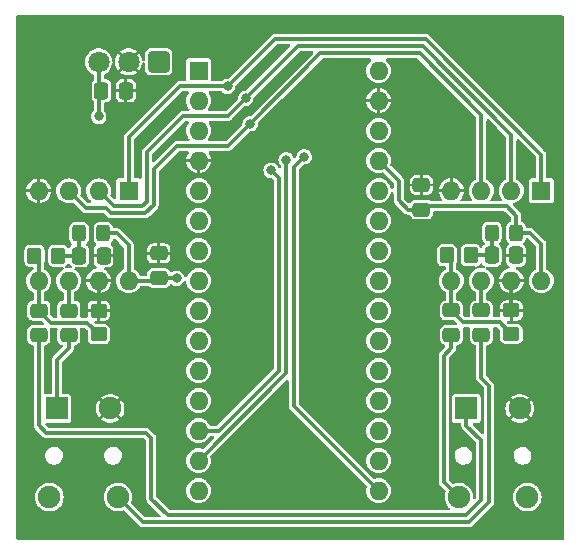
<source format=gbl>
%TF.GenerationSoftware,KiCad,Pcbnew,7.0.6*%
%TF.CreationDate,2024-01-21T00:28:06+01:00*%
%TF.ProjectId,ir_remote_control,69725f72-656d-46f7-9465-5f636f6e7472,rev?*%
%TF.SameCoordinates,PX3938700PY55d4a80*%
%TF.FileFunction,Copper,L2,Bot*%
%TF.FilePolarity,Positive*%
%FSLAX46Y46*%
G04 Gerber Fmt 4.6, Leading zero omitted, Abs format (unit mm)*
G04 Created by KiCad (PCBNEW 7.0.6) date 2024-01-21 00:28:06*
%MOMM*%
%LPD*%
G01*
G04 APERTURE LIST*
G04 Aperture macros list*
%AMRoundRect*
0 Rectangle with rounded corners*
0 $1 Rounding radius*
0 $2 $3 $4 $5 $6 $7 $8 $9 X,Y pos of 4 corners*
0 Add a 4 corners polygon primitive as box body*
4,1,4,$2,$3,$4,$5,$6,$7,$8,$9,$2,$3,0*
0 Add four circle primitives for the rounded corners*
1,1,$1+$1,$2,$3*
1,1,$1+$1,$4,$5*
1,1,$1+$1,$6,$7*
1,1,$1+$1,$8,$9*
0 Add four rect primitives between the rounded corners*
20,1,$1+$1,$2,$3,$4,$5,0*
20,1,$1+$1,$4,$5,$6,$7,0*
20,1,$1+$1,$6,$7,$8,$9,0*
20,1,$1+$1,$8,$9,$2,$3,0*%
G04 Aperture macros list end*
%TA.AperFunction,ComponentPad*%
%ADD10R,1.900000X1.900000*%
%TD*%
%TA.AperFunction,ComponentPad*%
%ADD11C,1.900000*%
%TD*%
%TA.AperFunction,ComponentPad*%
%ADD12R,1.600000X1.600000*%
%TD*%
%TA.AperFunction,ComponentPad*%
%ADD13O,1.600000X1.600000*%
%TD*%
%TA.AperFunction,ComponentPad*%
%ADD14RoundRect,0.248400X0.651600X0.651600X-0.651600X0.651600X-0.651600X-0.651600X0.651600X-0.651600X0*%
%TD*%
%TA.AperFunction,ComponentPad*%
%ADD15C,1.800000*%
%TD*%
%TA.AperFunction,SMDPad,CuDef*%
%ADD16RoundRect,0.250000X-0.337500X-0.475000X0.337500X-0.475000X0.337500X0.475000X-0.337500X0.475000X0*%
%TD*%
%TA.AperFunction,SMDPad,CuDef*%
%ADD17RoundRect,0.250000X-0.475000X0.337500X-0.475000X-0.337500X0.475000X-0.337500X0.475000X0.337500X0*%
%TD*%
%TA.AperFunction,SMDPad,CuDef*%
%ADD18RoundRect,0.250000X0.475000X-0.337500X0.475000X0.337500X-0.475000X0.337500X-0.475000X-0.337500X0*%
%TD*%
%TA.AperFunction,SMDPad,CuDef*%
%ADD19RoundRect,0.250000X0.350000X0.450000X-0.350000X0.450000X-0.350000X-0.450000X0.350000X-0.450000X0*%
%TD*%
%TA.AperFunction,SMDPad,CuDef*%
%ADD20RoundRect,0.250000X0.450000X-0.350000X0.450000X0.350000X-0.450000X0.350000X-0.450000X-0.350000X0*%
%TD*%
%TA.AperFunction,SMDPad,CuDef*%
%ADD21RoundRect,0.250000X0.325000X0.450000X-0.325000X0.450000X-0.325000X-0.450000X0.325000X-0.450000X0*%
%TD*%
%TA.AperFunction,ViaPad*%
%ADD22C,0.800000*%
%TD*%
%TA.AperFunction,Conductor*%
%ADD23C,0.350000*%
%TD*%
G04 APERTURE END LIST*
D10*
%TO.P,J1,R*%
%TO.N,R_IN*%
X38450000Y11410000D03*
D11*
%TO.P,J1,S*%
%TO.N,GND*%
X42950000Y11410000D03*
%TO.P,J1,T*%
%TO.N,L_IN*%
X37800000Y3910000D03*
X43600000Y3910000D03*
%TD*%
D12*
%TO.P,A1,1,D1/TX*%
%TO.N,unconnected-(A1-D1{slash}TX-Pad1)*%
X15770000Y40017500D03*
D13*
%TO.P,A1,2,D0/RX*%
%TO.N,unconnected-(A1-D0{slash}RX-Pad2)*%
X15770000Y37477500D03*
%TO.P,A1,3,~{RESET}*%
%TO.N,unconnected-(A1-~{RESET}-Pad3)*%
X15770000Y34937500D03*
%TO.P,A1,4,GND*%
%TO.N,GND*%
X15770000Y32397500D03*
%TO.P,A1,5,D2*%
%TO.N,IR*%
X15770000Y29857500D03*
%TO.P,A1,6,D3*%
%TO.N,unconnected-(A1-D3-Pad6)*%
X15770000Y27317500D03*
%TO.P,A1,7,D4*%
%TO.N,unconnected-(A1-D4-Pad7)*%
X15770000Y24777500D03*
%TO.P,A1,8,D5*%
%TO.N,unconnected-(A1-D5-Pad8)*%
X15770000Y22237500D03*
%TO.P,A1,9,D6*%
%TO.N,unconnected-(A1-D6-Pad9)*%
X15770000Y19697500D03*
%TO.P,A1,10,D7*%
%TO.N,unconnected-(A1-D7-Pad10)*%
X15770000Y17157500D03*
%TO.P,A1,11,D8*%
%TO.N,unconnected-(A1-D8-Pad11)*%
X15770000Y14617500D03*
%TO.P,A1,12,D9*%
%TO.N,unconnected-(A1-D9-Pad12)*%
X15770000Y12077500D03*
%TO.P,A1,13,D10*%
%TO.N,CS*%
X15770000Y9537500D03*
%TO.P,A1,14,D11*%
%TO.N,SDIO*%
X15770000Y6997500D03*
%TO.P,A1,15,D12*%
%TO.N,unconnected-(A1-D12-Pad15)*%
X15770000Y4457500D03*
%TO.P,A1,16,D13*%
%TO.N,SCK*%
X31010000Y4457500D03*
%TO.P,A1,17,3V3*%
%TO.N,unconnected-(A1-3V3-Pad17)*%
X31010000Y6997500D03*
%TO.P,A1,18,AREF*%
%TO.N,unconnected-(A1-AREF-Pad18)*%
X31010000Y9537500D03*
%TO.P,A1,19,A0*%
%TO.N,unconnected-(A1-A0-Pad19)*%
X31010000Y12077500D03*
%TO.P,A1,20,A1*%
%TO.N,unconnected-(A1-A1-Pad20)*%
X31010000Y14617500D03*
%TO.P,A1,21,A2*%
%TO.N,unconnected-(A1-A2-Pad21)*%
X31010000Y17157500D03*
%TO.P,A1,22,A3*%
%TO.N,unconnected-(A1-A3-Pad22)*%
X31010000Y19697500D03*
%TO.P,A1,23,A4*%
%TO.N,unconnected-(A1-A4-Pad23)*%
X31010000Y22237500D03*
%TO.P,A1,24,A5*%
%TO.N,unconnected-(A1-A5-Pad24)*%
X31010000Y24777500D03*
%TO.P,A1,25,A6*%
%TO.N,unconnected-(A1-A6-Pad25)*%
X31010000Y27317500D03*
%TO.P,A1,26,A7*%
%TO.N,unconnected-(A1-A7-Pad26)*%
X31010000Y29857500D03*
%TO.P,A1,27,+5V*%
%TO.N,+5V*%
X31010000Y32397500D03*
%TO.P,A1,28,~{RESET}*%
%TO.N,unconnected-(A1-~{RESET}-Pad28)*%
X31010000Y34937500D03*
%TO.P,A1,29,GND*%
%TO.N,GND*%
X31010000Y37477500D03*
%TO.P,A1,30,VIN*%
%TO.N,unconnected-(A1-VIN-Pad30)*%
X31010000Y40017500D03*
%TD*%
D10*
%TO.P,J2,R*%
%TO.N,R_OUT*%
X3790000Y11410000D03*
D11*
%TO.P,J2,S*%
%TO.N,GND*%
X8290000Y11410000D03*
%TO.P,J2,T*%
%TO.N,L_OUT*%
X3140000Y3910000D03*
X8940000Y3910000D03*
%TD*%
D12*
%TO.P,U1,1,~{CS}*%
%TO.N,CS*%
X9850000Y29847500D03*
D13*
%TO.P,U1,2,SCK*%
%TO.N,SCK*%
X7310000Y29847500D03*
%TO.P,U1,3,SI*%
%TO.N,SDIO*%
X4770000Y29847500D03*
%TO.P,U1,4,VSS*%
%TO.N,GND*%
X2230000Y29847500D03*
%TO.P,U1,5,PA0*%
%TO.N,Net-(U1-PA0)*%
X2230000Y22227500D03*
%TO.P,U1,6,PW0*%
%TO.N,Net-(U1-PW0)*%
X4770000Y22227500D03*
%TO.P,U1,7,PB0*%
%TO.N,GND*%
X7310000Y22227500D03*
%TO.P,U1,8,VDD*%
%TO.N,+5V*%
X9850000Y22227500D03*
%TD*%
D12*
%TO.P,U2,1,~{CS}*%
%TO.N,CS*%
X44785000Y29857500D03*
D13*
%TO.P,U2,2,SCK*%
%TO.N,SCK*%
X42245000Y29857500D03*
%TO.P,U2,3,SI*%
%TO.N,SDIO*%
X39705000Y29857500D03*
%TO.P,U2,4,VSS*%
%TO.N,GND*%
X37165000Y29857500D03*
%TO.P,U2,5,PA0*%
%TO.N,Net-(U2-PA0)*%
X37165000Y22237500D03*
%TO.P,U2,6,PW0*%
%TO.N,Net-(U2-PW0)*%
X39705000Y22237500D03*
%TO.P,U2,7,PB0*%
%TO.N,GND*%
X42245000Y22237500D03*
%TO.P,U2,8,VDD*%
%TO.N,+5V*%
X44785000Y22237500D03*
%TD*%
D14*
%TO.P,U3,1,OUT*%
%TO.N,IR*%
X12390000Y40767000D03*
D15*
%TO.P,U3,2,GND*%
%TO.N,GND*%
X9850000Y40767000D03*
%TO.P,U3,3,Vs*%
%TO.N,+5V*%
X7310000Y40767000D03*
%TD*%
D16*
%TO.P,C8,1*%
%TO.N,Net-(C8-Pad1)*%
X5647500Y24341000D03*
%TO.P,C8,2*%
%TO.N,GND*%
X7722500Y24341000D03*
%TD*%
D17*
%TO.P,C4,1*%
%TO.N,Net-(U2-PW0)*%
X39715000Y19707500D03*
%TO.P,C4,2*%
%TO.N,L_OUT*%
X39715000Y17632500D03*
%TD*%
D18*
%TO.P,C7,1*%
%TO.N,+5V*%
X34635000Y28256500D03*
%TO.P,C7,2*%
%TO.N,GND*%
X34635000Y30331500D03*
%TD*%
D19*
%TO.P,R3,1*%
%TO.N,Net-(C9-Pad1)*%
X38810000Y24384000D03*
%TO.P,R3,2*%
%TO.N,Net-(U2-PA0)*%
X36810000Y24384000D03*
%TD*%
D16*
%TO.P,C5,1*%
%TO.N,+5V*%
X7542500Y38298500D03*
%TO.P,C5,2*%
%TO.N,GND*%
X9617500Y38298500D03*
%TD*%
D18*
%TO.P,C6,1*%
%TO.N,+5V*%
X12400000Y22470000D03*
%TO.P,C6,2*%
%TO.N,GND*%
X12400000Y24545000D03*
%TD*%
D20*
%TO.P,R4,1*%
%TO.N,Net-(U2-PA0)*%
X42255000Y17707500D03*
%TO.P,R4,2*%
%TO.N,GND*%
X42255000Y19707500D03*
%TD*%
D21*
%TO.P,L2,1,1*%
%TO.N,+5V*%
X42645000Y26289000D03*
%TO.P,L2,2,2*%
%TO.N,Net-(C9-Pad1)*%
X40595000Y26289000D03*
%TD*%
%TO.P,L1,1,1*%
%TO.N,+5V*%
X7710000Y26246000D03*
%TO.P,L1,2,2*%
%TO.N,Net-(C8-Pad1)*%
X5660000Y26246000D03*
%TD*%
D19*
%TO.P,R1,1*%
%TO.N,Net-(C8-Pad1)*%
X3875000Y24341000D03*
%TO.P,R1,2*%
%TO.N,Net-(U1-PA0)*%
X1875000Y24341000D03*
%TD*%
D18*
%TO.P,C1,1*%
%TO.N,R_IN*%
X2240000Y17622500D03*
%TO.P,C1,2*%
%TO.N,Net-(U1-PA0)*%
X2240000Y19697500D03*
%TD*%
D16*
%TO.P,C9,1*%
%TO.N,Net-(C9-Pad1)*%
X40582500Y24384000D03*
%TO.P,C9,2*%
%TO.N,GND*%
X42657500Y24384000D03*
%TD*%
D20*
%TO.P,R2,1*%
%TO.N,Net-(U1-PA0)*%
X7320000Y17697500D03*
%TO.P,R2,2*%
%TO.N,GND*%
X7320000Y19697500D03*
%TD*%
D17*
%TO.P,C3,2*%
%TO.N,R_OUT*%
X4780000Y17622500D03*
%TO.P,C3,1*%
%TO.N,Net-(U1-PW0)*%
X4780000Y19697500D03*
%TD*%
D18*
%TO.P,C2,1*%
%TO.N,L_IN*%
X37175000Y17632500D03*
%TO.P,C2,2*%
%TO.N,Net-(U2-PA0)*%
X37175000Y19707500D03*
%TD*%
D22*
%TO.N,GND*%
X34615000Y31707000D03*
X9596000Y36774500D03*
X10993000Y38298500D03*
X10866000Y24595000D03*
X12390000Y25992000D03*
%TO.N,SCK*%
X19756000Y37676000D03*
X24709000Y32723000D03*
%TO.N,CS*%
X21915000Y31580000D03*
%TO.N,SDIO*%
X23185000Y32469000D03*
X20137000Y35517000D03*
%TO.N,CS*%
X18232000Y38692000D03*
%TO.N,+5V*%
X13914000Y22436000D03*
X7310000Y36139500D03*
%TD*%
D23*
%TO.N,+5V*%
X42645000Y27741000D02*
X42645000Y26289000D01*
X43815000Y26289000D02*
X42645000Y26289000D01*
X44785000Y25319000D02*
X43815000Y26289000D01*
X44785000Y22237500D02*
X44785000Y25319000D01*
%TO.N,Net-(U2-PA0)*%
X37165000Y24029000D02*
X36810000Y24384000D01*
X37165000Y22237500D02*
X37165000Y24029000D01*
%TO.N,SCK*%
X23820000Y31834000D02*
X24709000Y32723000D01*
X23820000Y22055000D02*
X23820000Y31834000D01*
X14432500Y36162500D02*
X18221500Y36162500D01*
%TO.N,CS*%
X22550000Y30945000D02*
X21915000Y31580000D01*
X22550000Y22055000D02*
X22550000Y30945000D01*
%TO.N,SDIO*%
X13924500Y33622500D02*
X18221500Y33622500D01*
X23185000Y14412500D02*
X23185000Y32469000D01*
X15770000Y6997500D02*
X23185000Y14412500D01*
X20126500Y35527500D02*
X18221500Y33622500D01*
X26085000Y41486000D02*
X20126500Y35527500D01*
X34488000Y41486000D02*
X26085000Y41486000D01*
%TO.N,SCK*%
X24145000Y42086000D02*
X18221500Y36162500D01*
X34736528Y42086000D02*
X24145000Y42086000D01*
%TO.N,CS*%
X22226000Y42686000D02*
X18232000Y38692000D01*
X34985056Y42686000D02*
X22226000Y42686000D01*
%TO.N,SDIO*%
X11974000Y31672000D02*
X13924500Y33622500D01*
%TO.N,SCK*%
X11374000Y33104000D02*
X14432500Y36162500D01*
%TO.N,CS*%
X18221500Y38702500D02*
X18232000Y38692000D01*
X14178500Y38702500D02*
X18221500Y38702500D01*
X9850000Y34374000D02*
X14178500Y38702500D01*
%TO.N,SDIO*%
X39705000Y36269000D02*
X39705000Y29857500D01*
X11974000Y28672972D02*
X11974000Y31672000D01*
X8376972Y27932000D02*
X11233028Y27932000D01*
X34488000Y41486000D02*
X39705000Y36269000D01*
X6233014Y28384486D02*
X7924486Y28384486D01*
X11233028Y27932000D02*
X11974000Y28672972D01*
X4770000Y29847500D02*
X6233014Y28384486D01*
X7924486Y28384486D02*
X8376972Y27932000D01*
%TO.N,SCK*%
X42245000Y34577528D02*
X42245000Y29857500D01*
X34736528Y42086000D02*
X42245000Y34577528D01*
X11374000Y28921500D02*
X11374000Y33104000D01*
X10984500Y28532000D02*
X11374000Y28921500D01*
X7310000Y29847500D02*
X8625500Y28532000D01*
X8625500Y28532000D02*
X10984500Y28532000D01*
%TO.N,CS*%
X9850000Y34374000D02*
X9850000Y29847500D01*
X44785000Y29857500D02*
X44785000Y32886056D01*
X44785000Y32886056D02*
X34985056Y42686000D01*
%TO.N,+5V*%
X12434000Y22436000D02*
X12400000Y22470000D01*
X13914000Y22436000D02*
X12434000Y22436000D01*
X7310000Y38066000D02*
X7542500Y38298500D01*
X7310000Y36139500D02*
X7310000Y38066000D01*
%TO.N,SCK*%
X23820000Y11647500D02*
X23820000Y22055000D01*
X31010000Y4457500D02*
X23820000Y11647500D01*
%TO.N,CS*%
X22550000Y14626028D02*
X22550000Y22055000D01*
X15770000Y9537500D02*
X17461472Y9537500D01*
X17461472Y9537500D02*
X22550000Y14626028D01*
%TO.N,R_IN*%
X13181333Y2370000D02*
X38425000Y2370000D01*
X2865000Y9355000D02*
X11312500Y9355000D01*
X2240000Y9980000D02*
X2865000Y9355000D01*
X2240000Y17622500D02*
X2240000Y9980000D01*
X11765000Y8902500D02*
X11765000Y3786333D01*
X38425000Y2370000D02*
X39695000Y3640000D01*
X11765000Y3786333D02*
X13181333Y2370000D01*
X39695000Y8720000D02*
X38450000Y9965000D01*
X39695000Y3640000D02*
X39695000Y8720000D01*
X11312500Y9355000D02*
X11765000Y8902500D01*
X38450000Y9965000D02*
X38450000Y11410000D01*
%TO.N,Net-(U1-PA0)*%
X2230000Y19707500D02*
X2240000Y19697500D01*
X2230000Y22227500D02*
X2230000Y23986000D01*
X2240000Y19697500D02*
X3252500Y18685000D01*
X2230000Y22227500D02*
X2230000Y19707500D01*
X2230000Y23986000D02*
X1875000Y24341000D01*
X6332500Y18685000D02*
X7320000Y17697500D01*
X3252500Y18685000D02*
X6332500Y18685000D01*
%TO.N,L_IN*%
X36530000Y15887500D02*
X36530000Y5180000D01*
X37175000Y16532500D02*
X36530000Y15887500D01*
X37175000Y17632500D02*
X37175000Y16532500D01*
X36530000Y5180000D02*
X37800000Y3910000D01*
%TO.N,Net-(U2-PA0)*%
X37165000Y22237500D02*
X37165000Y19717500D01*
X37175000Y19707500D02*
X38187500Y18695000D01*
X37165000Y19717500D02*
X37175000Y19707500D01*
X38187500Y18695000D02*
X41267500Y18695000D01*
X41267500Y18695000D02*
X42255000Y17707500D01*
%TO.N,Net-(U1-PW0)*%
X4770000Y22227500D02*
X4770000Y19707500D01*
X4770000Y19707500D02*
X4780000Y19697500D01*
%TO.N,R_OUT*%
X4780000Y16522500D02*
X4780000Y17622500D01*
X3790000Y15532500D02*
X3790000Y11410000D01*
X4780000Y16522500D02*
X3790000Y15532500D01*
%TO.N,Net-(U2-PW0)*%
X39705000Y19717500D02*
X39715000Y19707500D01*
X39705000Y22237500D02*
X39705000Y19717500D01*
%TO.N,L_OUT*%
X39705000Y17622500D02*
X39705000Y13982500D01*
X39715000Y17632500D02*
X39705000Y17622500D01*
X40355000Y13332500D02*
X40355000Y3451472D01*
X40355000Y3451472D02*
X38673528Y1770000D01*
X39705000Y13982500D02*
X40355000Y13332500D01*
X11080000Y1770000D02*
X8940000Y3910000D01*
X38673528Y1770000D02*
X11080000Y1770000D01*
%TO.N,+5V*%
X9850000Y22227500D02*
X9850000Y25230000D01*
X8834000Y26246000D02*
X7710000Y26246000D01*
X41854000Y28532000D02*
X34910500Y28532000D01*
X7310000Y40767000D02*
X7310000Y38531000D01*
X42645000Y27741000D02*
X41854000Y28532000D01*
X34635000Y28256500D02*
X33493500Y28256500D01*
X9850000Y22227500D02*
X12157500Y22227500D01*
X9850000Y25230000D02*
X8834000Y26246000D01*
X32710000Y30697500D02*
X31010000Y32397500D01*
X33493500Y28256500D02*
X32710000Y29040000D01*
X32710000Y29040000D02*
X32710000Y30697500D01*
X12157500Y22227500D02*
X12400000Y22470000D01*
X7310000Y38531000D02*
X7542500Y38298500D01*
X34910500Y28532000D02*
X34635000Y28256500D01*
%TO.N,GND*%
X7310000Y19707500D02*
X7320000Y19697500D01*
X7310000Y22227500D02*
X7310000Y19707500D01*
X42245000Y19717500D02*
X42255000Y19707500D01*
X42245000Y22237500D02*
X42245000Y19717500D01*
%TO.N,Net-(C8-Pad1)*%
X5660000Y24353500D02*
X5647500Y24341000D01*
X3875000Y24341000D02*
X5647500Y24341000D01*
X5660000Y26246000D02*
X5660000Y24353500D01*
%TO.N,Net-(C9-Pad1)*%
X40582500Y26276500D02*
X40595000Y26289000D01*
X38810000Y24384000D02*
X40582500Y24384000D01*
X40582500Y24384000D02*
X40582500Y26276500D01*
%TD*%
%TA.AperFunction,Conductor*%
%TO.N,GND*%
G36*
X46642539Y44679815D02*
G01*
X46688294Y44627011D01*
X46699500Y44575500D01*
X46699500Y424500D01*
X46679815Y357461D01*
X46627011Y311706D01*
X46575500Y300500D01*
X424500Y300500D01*
X357461Y320185D01*
X311706Y372989D01*
X300500Y424500D01*
X300500Y3910000D01*
X1934357Y3910000D01*
X1954884Y3688465D01*
X1954885Y3688463D01*
X2015769Y3474477D01*
X2015775Y3474462D01*
X2114938Y3275317D01*
X2114943Y3275309D01*
X2249020Y3097762D01*
X2413437Y2947877D01*
X2413439Y2947875D01*
X2602595Y2830755D01*
X2602596Y2830755D01*
X2602599Y2830753D01*
X2810060Y2750382D01*
X3028757Y2709500D01*
X3028759Y2709500D01*
X3251241Y2709500D01*
X3251243Y2709500D01*
X3469940Y2750382D01*
X3677401Y2830753D01*
X3866562Y2947876D01*
X4030981Y3097764D01*
X4165058Y3275311D01*
X4264229Y3474472D01*
X4325115Y3688464D01*
X4345643Y3910000D01*
X4325115Y4131536D01*
X4264229Y4345528D01*
X4264224Y4345539D01*
X4165061Y4544684D01*
X4165056Y4544692D01*
X4030979Y4722239D01*
X3866562Y4872124D01*
X3866560Y4872126D01*
X3677404Y4989246D01*
X3677398Y4989248D01*
X3469940Y5069618D01*
X3251243Y5110500D01*
X3028757Y5110500D01*
X2810060Y5069618D01*
X2721119Y5035162D01*
X2602601Y4989248D01*
X2602595Y4989246D01*
X2413439Y4872126D01*
X2413437Y4872124D01*
X2249020Y4722239D01*
X2114943Y4544692D01*
X2114938Y4544684D01*
X2015775Y4345539D01*
X2015769Y4345524D01*
X1954885Y4131538D01*
X1954884Y4131536D01*
X1934357Y3910001D01*
X1934357Y3910000D01*
X300500Y3910000D01*
X300500Y7366067D01*
X2785668Y7366067D01*
X2801058Y7278790D01*
X2816135Y7193289D01*
X2885623Y7032196D01*
X2885624Y7032194D01*
X2885626Y7032191D01*
X2911453Y6997500D01*
X2990390Y6891470D01*
X3124786Y6778698D01*
X3202488Y6739675D01*
X3281562Y6699962D01*
X3281563Y6699962D01*
X3281567Y6699960D01*
X3452279Y6659500D01*
X3452282Y6659500D01*
X3583701Y6659500D01*
X3583709Y6659500D01*
X3714255Y6674759D01*
X3879117Y6734763D01*
X4025696Y6831170D01*
X4146092Y6958782D01*
X4233812Y7110719D01*
X4284130Y7278790D01*
X4289213Y7366067D01*
X7785668Y7366067D01*
X7801058Y7278790D01*
X7816135Y7193289D01*
X7885623Y7032196D01*
X7885624Y7032194D01*
X7885626Y7032191D01*
X7911453Y6997500D01*
X7990390Y6891470D01*
X8124786Y6778698D01*
X8202488Y6739675D01*
X8281562Y6699962D01*
X8281563Y6699962D01*
X8281567Y6699960D01*
X8452279Y6659500D01*
X8452282Y6659500D01*
X8583701Y6659500D01*
X8583709Y6659500D01*
X8714255Y6674759D01*
X8879117Y6734763D01*
X9025696Y6831170D01*
X9146092Y6958782D01*
X9233812Y7110719D01*
X9284130Y7278790D01*
X9294331Y7453935D01*
X9263865Y7626711D01*
X9194377Y7787804D01*
X9089610Y7928530D01*
X9036933Y7972731D01*
X8955214Y8041302D01*
X8955212Y8041303D01*
X8798437Y8120039D01*
X8798433Y8120040D01*
X8627721Y8160500D01*
X8496291Y8160500D01*
X8391854Y8148293D01*
X8365743Y8145241D01*
X8365740Y8145240D01*
X8200884Y8085238D01*
X8200880Y8085236D01*
X8054306Y7988833D01*
X8054305Y7988832D01*
X7933910Y7861222D01*
X7846188Y7709282D01*
X7795870Y7541211D01*
X7795869Y7541206D01*
X7785668Y7366067D01*
X4289213Y7366067D01*
X4294331Y7453935D01*
X4263865Y7626711D01*
X4194377Y7787804D01*
X4089610Y7928530D01*
X4036933Y7972731D01*
X3955214Y8041302D01*
X3955212Y8041303D01*
X3798437Y8120039D01*
X3798433Y8120040D01*
X3627721Y8160500D01*
X3496291Y8160500D01*
X3391854Y8148293D01*
X3365743Y8145241D01*
X3365740Y8145240D01*
X3200884Y8085238D01*
X3200880Y8085236D01*
X3054306Y7988833D01*
X3054305Y7988832D01*
X2933910Y7861222D01*
X2846188Y7709282D01*
X2795870Y7541211D01*
X2795869Y7541206D01*
X2785668Y7366067D01*
X300500Y7366067D01*
X300500Y23843130D01*
X1024500Y23843130D01*
X1024501Y23843124D01*
X1030908Y23783517D01*
X1081202Y23648672D01*
X1081206Y23648665D01*
X1167452Y23533456D01*
X1167455Y23533453D01*
X1282664Y23447207D01*
X1282671Y23447203D01*
X1302228Y23439909D01*
X1417517Y23396909D01*
X1477127Y23390500D01*
X1680499Y23390501D01*
X1747538Y23370817D01*
X1793293Y23318013D01*
X1804499Y23266501D01*
X1804499Y23265539D01*
X1784814Y23198500D01*
X1738954Y23156182D01*
X1643549Y23105185D01*
X1483589Y22973911D01*
X1360295Y22823674D01*
X1352315Y22813950D01*
X1352164Y22813667D01*
X1254769Y22631457D01*
X1254768Y22631455D01*
X1254768Y22631454D01*
X1247898Y22608808D01*
X1194699Y22433433D01*
X1174417Y22227500D01*
X1194699Y22021568D01*
X1214775Y21955388D01*
X1254768Y21823546D01*
X1352315Y21641050D01*
X1359742Y21632000D01*
X1483589Y21481090D01*
X1614864Y21373357D01*
X1643546Y21349818D01*
X1643549Y21349816D01*
X1643551Y21349814D01*
X1682054Y21329234D01*
X1738953Y21298821D01*
X1788797Y21249860D01*
X1804500Y21189463D01*
X1804500Y20656277D01*
X1784815Y20589238D01*
X1732011Y20543483D01*
X1693755Y20532987D01*
X1657516Y20529091D01*
X1522671Y20478798D01*
X1522664Y20478794D01*
X1407455Y20392548D01*
X1407452Y20392545D01*
X1321206Y20277336D01*
X1321202Y20277329D01*
X1270910Y20142487D01*
X1270909Y20142483D01*
X1264500Y20082873D01*
X1264500Y20082866D01*
X1264500Y20082865D01*
X1264500Y19312130D01*
X1264501Y19312124D01*
X1270908Y19252517D01*
X1321202Y19117672D01*
X1321206Y19117665D01*
X1407452Y19002456D01*
X1407455Y19002453D01*
X1522664Y18916207D01*
X1522671Y18916203D01*
X1554987Y18904150D01*
X1657517Y18865909D01*
X1717127Y18859500D01*
X2424889Y18859501D01*
X2491928Y18839817D01*
X2512570Y18823182D01*
X2663571Y18672181D01*
X2697056Y18610858D01*
X2692072Y18541166D01*
X2650200Y18485233D01*
X2584736Y18460816D01*
X2575890Y18460500D01*
X1717129Y18460500D01*
X1717123Y18460499D01*
X1657516Y18454092D01*
X1522671Y18403798D01*
X1522664Y18403794D01*
X1407455Y18317548D01*
X1407452Y18317545D01*
X1321206Y18202336D01*
X1321202Y18202329D01*
X1270911Y18067489D01*
X1270909Y18067483D01*
X1264500Y18007873D01*
X1264500Y18007866D01*
X1264500Y18007865D01*
X1264500Y17237130D01*
X1264501Y17237124D01*
X1270908Y17177517D01*
X1321202Y17042672D01*
X1321206Y17042665D01*
X1407452Y16927456D01*
X1407455Y16927453D01*
X1522664Y16841207D01*
X1522671Y16841203D01*
X1657516Y16790909D01*
X1703756Y16785937D01*
X1768307Y16759198D01*
X1808154Y16701805D01*
X1814499Y16662648D01*
X1814499Y9996040D01*
X1814500Y9996030D01*
X1814500Y9912606D01*
X1821962Y9889642D01*
X1826503Y9870727D01*
X1827353Y9865363D01*
X1830281Y9846873D01*
X1841243Y9825359D01*
X1848688Y9807385D01*
X1856150Y9784421D01*
X1856151Y9784419D01*
X1867721Y9768495D01*
X1870341Y9764889D01*
X1880508Y9748297D01*
X1891469Y9726784D01*
X1891471Y9726781D01*
X1891472Y9726780D01*
X1915446Y9702807D01*
X1915446Y9702806D01*
X2516472Y9101780D01*
X2611780Y9006472D01*
X2633300Y8995507D01*
X2649875Y8985351D01*
X2669419Y8971151D01*
X2692381Y8963691D01*
X2710354Y8956247D01*
X2731874Y8945281D01*
X2755724Y8941505D01*
X2774645Y8936961D01*
X2796489Y8929864D01*
X2797607Y8929500D01*
X2831512Y8929500D01*
X11084890Y8929500D01*
X11151929Y8909815D01*
X11172566Y8893186D01*
X11303182Y8762571D01*
X11336666Y8701250D01*
X11339500Y8674891D01*
X11339500Y3718939D01*
X11346962Y3695975D01*
X11351503Y3677060D01*
X11354470Y3658323D01*
X11355281Y3653206D01*
X11366243Y3631692D01*
X11373688Y3613718D01*
X11381150Y3590753D01*
X11395340Y3571223D01*
X11405508Y3554630D01*
X11416470Y3533115D01*
X12542404Y2407181D01*
X12575889Y2345858D01*
X12570905Y2276166D01*
X12529033Y2220233D01*
X12463569Y2195816D01*
X12454723Y2195500D01*
X11307610Y2195500D01*
X11240571Y2215185D01*
X11219929Y2231819D01*
X10096495Y3355253D01*
X10063010Y3416576D01*
X10064909Y3476866D01*
X10125115Y3688464D01*
X10145643Y3910000D01*
X10125115Y4131536D01*
X10064229Y4345528D01*
X10064224Y4345539D01*
X9965061Y4544684D01*
X9965056Y4544692D01*
X9830979Y4722239D01*
X9666562Y4872124D01*
X9666560Y4872126D01*
X9477404Y4989246D01*
X9477398Y4989248D01*
X9269940Y5069618D01*
X9051243Y5110500D01*
X8828757Y5110500D01*
X8610060Y5069618D01*
X8521119Y5035162D01*
X8402601Y4989248D01*
X8402595Y4989246D01*
X8213439Y4872126D01*
X8213437Y4872124D01*
X8049020Y4722239D01*
X7914943Y4544692D01*
X7914938Y4544684D01*
X7815775Y4345539D01*
X7815769Y4345524D01*
X7754885Y4131538D01*
X7754884Y4131536D01*
X7734357Y3910001D01*
X7734357Y3910000D01*
X7754884Y3688465D01*
X7754885Y3688463D01*
X7815769Y3474477D01*
X7815775Y3474462D01*
X7914938Y3275317D01*
X7914943Y3275309D01*
X8049020Y3097762D01*
X8213437Y2947877D01*
X8213439Y2947875D01*
X8402595Y2830755D01*
X8402596Y2830755D01*
X8402599Y2830753D01*
X8610060Y2750382D01*
X8828757Y2709500D01*
X8828759Y2709500D01*
X9051241Y2709500D01*
X9051243Y2709500D01*
X9269940Y2750382D01*
X9358883Y2784840D01*
X9428506Y2790702D01*
X9490246Y2757993D01*
X9491357Y2756895D01*
X10731472Y1516780D01*
X10826780Y1421472D01*
X10848299Y1410508D01*
X10864878Y1400349D01*
X10884419Y1386151D01*
X10907381Y1378691D01*
X10925354Y1371247D01*
X10946874Y1360281D01*
X10970724Y1356505D01*
X10989645Y1351961D01*
X11011489Y1344864D01*
X11012607Y1344500D01*
X11012608Y1344500D01*
X38740920Y1344500D01*
X38740921Y1344500D01*
X38763888Y1351964D01*
X38782804Y1356505D01*
X38806654Y1360281D01*
X38828164Y1371243D01*
X38846142Y1378690D01*
X38869109Y1386151D01*
X38888646Y1400347D01*
X38905234Y1410512D01*
X38926748Y1421472D01*
X39022056Y1516780D01*
X39022056Y1516781D01*
X40679554Y3174278D01*
X40679553Y3174279D01*
X40703525Y3198249D01*
X40703525Y3198250D01*
X40703528Y3198252D01*
X40714490Y3219768D01*
X40724652Y3236352D01*
X40738850Y3255892D01*
X40746314Y3278867D01*
X40753751Y3296822D01*
X40764719Y3318346D01*
X40768496Y3342201D01*
X40773034Y3361106D01*
X40780500Y3384079D01*
X40780500Y3518865D01*
X40780500Y3518866D01*
X40780500Y3910000D01*
X42394357Y3910000D01*
X42414884Y3688465D01*
X42414885Y3688463D01*
X42475769Y3474477D01*
X42475775Y3474462D01*
X42574938Y3275317D01*
X42574943Y3275309D01*
X42709020Y3097762D01*
X42873437Y2947877D01*
X42873439Y2947875D01*
X43062595Y2830755D01*
X43062596Y2830755D01*
X43062599Y2830753D01*
X43270060Y2750382D01*
X43488757Y2709500D01*
X43488759Y2709500D01*
X43711241Y2709500D01*
X43711243Y2709500D01*
X43929940Y2750382D01*
X44137401Y2830753D01*
X44326562Y2947876D01*
X44490981Y3097764D01*
X44625058Y3275311D01*
X44724229Y3474472D01*
X44785115Y3688464D01*
X44805643Y3910000D01*
X44785115Y4131536D01*
X44724229Y4345528D01*
X44724224Y4345539D01*
X44625061Y4544684D01*
X44625056Y4544692D01*
X44490979Y4722239D01*
X44326562Y4872124D01*
X44326560Y4872126D01*
X44137404Y4989246D01*
X44137398Y4989248D01*
X43929940Y5069618D01*
X43711243Y5110500D01*
X43488757Y5110500D01*
X43270060Y5069618D01*
X43181119Y5035162D01*
X43062601Y4989248D01*
X43062595Y4989246D01*
X42873439Y4872126D01*
X42873437Y4872124D01*
X42709020Y4722239D01*
X42574943Y4544692D01*
X42574938Y4544684D01*
X42475775Y4345539D01*
X42475769Y4345524D01*
X42414885Y4131538D01*
X42414884Y4131536D01*
X42394357Y3910001D01*
X42394357Y3910000D01*
X40780500Y3910000D01*
X40780500Y7366067D01*
X42445668Y7366067D01*
X42461058Y7278790D01*
X42476135Y7193289D01*
X42545623Y7032196D01*
X42545624Y7032194D01*
X42545626Y7032191D01*
X42571453Y6997500D01*
X42650390Y6891470D01*
X42784786Y6778698D01*
X42862488Y6739675D01*
X42941562Y6699962D01*
X42941563Y6699962D01*
X42941567Y6699960D01*
X43112279Y6659500D01*
X43112282Y6659500D01*
X43243701Y6659500D01*
X43243709Y6659500D01*
X43374255Y6674759D01*
X43539117Y6734763D01*
X43685696Y6831170D01*
X43806092Y6958782D01*
X43893812Y7110719D01*
X43944130Y7278790D01*
X43954331Y7453935D01*
X43923865Y7626711D01*
X43854377Y7787804D01*
X43749610Y7928530D01*
X43696933Y7972731D01*
X43615214Y8041302D01*
X43615212Y8041303D01*
X43458437Y8120039D01*
X43458433Y8120040D01*
X43287721Y8160500D01*
X43156291Y8160500D01*
X43051854Y8148293D01*
X43025743Y8145241D01*
X43025740Y8145240D01*
X42860884Y8085238D01*
X42860880Y8085236D01*
X42714306Y7988833D01*
X42714305Y7988832D01*
X42593910Y7861222D01*
X42506188Y7709282D01*
X42455870Y7541211D01*
X42455869Y7541206D01*
X42445668Y7366067D01*
X40780500Y7366067D01*
X40780500Y11410000D01*
X41744859Y11410000D01*
X41765378Y11188561D01*
X41826240Y10974650D01*
X41925364Y10775581D01*
X41925369Y10775573D01*
X42017197Y10653975D01*
X42445323Y11082101D01*
X42522075Y10982075D01*
X42622099Y10905324D01*
X42193040Y10476265D01*
X42223741Y10448277D01*
X42412820Y10331203D01*
X42412822Y10331202D01*
X42620195Y10250866D01*
X42838807Y10210000D01*
X43061193Y10210000D01*
X43279804Y10250866D01*
X43487177Y10331202D01*
X43487179Y10331203D01*
X43676258Y10448276D01*
X43676258Y10448277D01*
X43706959Y10476265D01*
X43277899Y10905324D01*
X43377925Y10982075D01*
X43454677Y11082100D01*
X43882801Y10653976D01*
X43974630Y10775573D01*
X43974635Y10775581D01*
X44073759Y10974650D01*
X44134621Y11188561D01*
X44155141Y11410000D01*
X44155141Y11410001D01*
X44134621Y11631440D01*
X44073759Y11845351D01*
X43974635Y12044420D01*
X43974630Y12044428D01*
X43882801Y12166027D01*
X43454675Y11737901D01*
X43377925Y11837925D01*
X43277899Y11914677D01*
X43706959Y12343737D01*
X43676258Y12371724D01*
X43487179Y12488798D01*
X43487177Y12488799D01*
X43279804Y12569135D01*
X43061193Y12610000D01*
X42838807Y12610000D01*
X42620195Y12569135D01*
X42412822Y12488799D01*
X42412820Y12488798D01*
X42223738Y12371722D01*
X42223737Y12371722D01*
X42193040Y12343738D01*
X42193040Y12343737D01*
X42622100Y11914677D01*
X42522075Y11837925D01*
X42445323Y11737901D01*
X42017197Y12166027D01*
X41925368Y12044426D01*
X41826240Y11845351D01*
X41765378Y11631440D01*
X41744859Y11410001D01*
X41744859Y11410000D01*
X40780500Y11410000D01*
X40780500Y13365988D01*
X40780500Y13365989D01*
X40780500Y13399893D01*
X40780500Y13399894D01*
X40780499Y13399899D01*
X40773039Y13422857D01*
X40768495Y13441781D01*
X40764719Y13465626D01*
X40753757Y13487138D01*
X40746309Y13505121D01*
X40738850Y13528080D01*
X40738850Y13528081D01*
X40724653Y13547622D01*
X40714491Y13564204D01*
X40703528Y13585720D01*
X40608220Y13681028D01*
X40397106Y13892142D01*
X40166819Y14122430D01*
X40133334Y14183753D01*
X40130500Y14210111D01*
X40130500Y16671574D01*
X40150185Y16738613D01*
X40202989Y16784368D01*
X40241245Y16794864D01*
X40297483Y16800909D01*
X40432331Y16851204D01*
X40547546Y16937454D01*
X40633796Y17052669D01*
X40684091Y17187517D01*
X40690500Y17247127D01*
X40690499Y18017872D01*
X40684091Y18077483D01*
X40684089Y18077489D01*
X40674885Y18102168D01*
X40669901Y18171860D01*
X40703387Y18233182D01*
X40764711Y18266667D01*
X40791067Y18269500D01*
X41039890Y18269500D01*
X41106929Y18249815D01*
X41127571Y18233181D01*
X41268181Y18092571D01*
X41301666Y18031248D01*
X41304500Y18004890D01*
X41304500Y17309630D01*
X41304501Y17309624D01*
X41310908Y17250017D01*
X41361202Y17115172D01*
X41361206Y17115165D01*
X41447452Y16999956D01*
X41447455Y16999953D01*
X41562664Y16913707D01*
X41562671Y16913703D01*
X41697517Y16863409D01*
X41697516Y16863409D01*
X41704444Y16862665D01*
X41757127Y16857000D01*
X42752872Y16857001D01*
X42812483Y16863409D01*
X42947331Y16913704D01*
X43062546Y16999954D01*
X43148796Y17115169D01*
X43199091Y17250017D01*
X43205500Y17309627D01*
X43205499Y18105372D01*
X43199091Y18164983D01*
X43187145Y18197011D01*
X43148797Y18299829D01*
X43148793Y18299836D01*
X43062547Y18415045D01*
X43062544Y18415048D01*
X42947335Y18501294D01*
X42947328Y18501298D01*
X42812482Y18551592D01*
X42812483Y18551592D01*
X42752883Y18557999D01*
X42752881Y18558000D01*
X42752873Y18558000D01*
X42752865Y18558000D01*
X42057610Y18558000D01*
X41990571Y18577685D01*
X41969929Y18594319D01*
X41918429Y18645819D01*
X41884944Y18707142D01*
X41889928Y18776834D01*
X41931800Y18832767D01*
X41997264Y18857184D01*
X42006110Y18857500D01*
X42130000Y18857500D01*
X42130000Y19582500D01*
X42380000Y19582500D01*
X42380000Y18857500D01*
X42752828Y18857500D01*
X42752844Y18857501D01*
X42812372Y18863902D01*
X42812379Y18863904D01*
X42947086Y18914146D01*
X42947093Y18914150D01*
X43062187Y19000310D01*
X43062190Y19000313D01*
X43148350Y19115407D01*
X43148354Y19115414D01*
X43198596Y19250121D01*
X43198598Y19250128D01*
X43204999Y19309656D01*
X43205000Y19309673D01*
X43205000Y19582500D01*
X42380000Y19582500D01*
X42130000Y19582500D01*
X41305000Y19582500D01*
X41305000Y19309656D01*
X41310581Y19257756D01*
X41298176Y19188996D01*
X41250566Y19137859D01*
X41187292Y19120500D01*
X40806868Y19120500D01*
X40739829Y19140185D01*
X40694074Y19192989D01*
X40683579Y19257756D01*
X40684091Y19262517D01*
X40690500Y19322127D01*
X40690499Y19832500D01*
X41305000Y19832500D01*
X42130000Y19832500D01*
X42130000Y20557500D01*
X42380000Y20557500D01*
X42380000Y19832500D01*
X43205000Y19832500D01*
X43205000Y20105328D01*
X43204999Y20105345D01*
X43198598Y20164873D01*
X43198596Y20164880D01*
X43148354Y20299587D01*
X43148350Y20299594D01*
X43062190Y20414688D01*
X43062187Y20414691D01*
X42947093Y20500851D01*
X42947086Y20500855D01*
X42812379Y20551097D01*
X42812372Y20551099D01*
X42752844Y20557500D01*
X42380000Y20557500D01*
X42130000Y20557500D01*
X41757155Y20557500D01*
X41697627Y20551099D01*
X41697620Y20551097D01*
X41562913Y20500855D01*
X41562906Y20500851D01*
X41447812Y20414691D01*
X41447809Y20414688D01*
X41361649Y20299594D01*
X41361645Y20299587D01*
X41311403Y20164880D01*
X41311401Y20164873D01*
X41305000Y20105345D01*
X41305000Y19832500D01*
X40690499Y19832500D01*
X40690499Y20092872D01*
X40684091Y20152483D01*
X40679467Y20164880D01*
X40633797Y20287329D01*
X40633793Y20287336D01*
X40547547Y20402545D01*
X40547544Y20402548D01*
X40432335Y20488794D01*
X40432328Y20488798D01*
X40297482Y20539092D01*
X40297484Y20539092D01*
X40241243Y20545138D01*
X40176692Y20571876D01*
X40136844Y20629269D01*
X40130499Y20668422D01*
X40130499Y21199464D01*
X40150184Y21266502D01*
X40196044Y21308820D01*
X40291450Y21359815D01*
X40451410Y21491090D01*
X40582685Y21651050D01*
X40680232Y21833546D01*
X40740300Y22031566D01*
X40760583Y22237500D01*
X40748271Y22362500D01*
X41202229Y22362500D01*
X41859812Y22362500D01*
X41840014Y22237500D01*
X41859812Y22112500D01*
X41202230Y22112500D01*
X41210191Y22031666D01*
X41270233Y21833734D01*
X41367728Y21651334D01*
X41367732Y21651327D01*
X41498944Y21491445D01*
X41658826Y21360233D01*
X41658833Y21360229D01*
X41841233Y21262734D01*
X42039165Y21202692D01*
X42119998Y21194732D01*
X42119999Y21194732D01*
X42119999Y21852312D01*
X42213519Y21837500D01*
X42276481Y21837500D01*
X42370000Y21852312D01*
X42370000Y21194731D01*
X42450834Y21202692D01*
X42648766Y21262734D01*
X42831166Y21360229D01*
X42831173Y21360233D01*
X42991055Y21491445D01*
X43122267Y21651327D01*
X43122271Y21651334D01*
X43219766Y21833734D01*
X43279808Y22031666D01*
X43287770Y22112500D01*
X42630188Y22112500D01*
X42649986Y22237500D01*
X42630188Y22362500D01*
X43287770Y22362500D01*
X43279808Y22443335D01*
X43219766Y22641267D01*
X43122271Y22823667D01*
X43122267Y22823674D01*
X42991055Y22983556D01*
X42831173Y23114768D01*
X42831166Y23114772D01*
X42717286Y23175642D01*
X42667442Y23224604D01*
X42651981Y23292742D01*
X42675813Y23358421D01*
X42731370Y23400790D01*
X42775739Y23409000D01*
X43042828Y23409000D01*
X43042844Y23409001D01*
X43102372Y23415402D01*
X43102379Y23415404D01*
X43237086Y23465646D01*
X43237093Y23465650D01*
X43352187Y23551810D01*
X43352190Y23551813D01*
X43438350Y23666907D01*
X43438354Y23666914D01*
X43488596Y23801621D01*
X43488598Y23801628D01*
X43494999Y23861156D01*
X43495000Y23861173D01*
X43495000Y24259000D01*
X41820000Y24259000D01*
X41820000Y23861156D01*
X41826401Y23801628D01*
X41826403Y23801621D01*
X41876645Y23666914D01*
X41876649Y23666907D01*
X41962809Y23551814D01*
X42054412Y23483239D01*
X42096283Y23427305D01*
X42101267Y23357613D01*
X42067782Y23296290D01*
X42016097Y23265312D01*
X41841236Y23212268D01*
X41658833Y23114772D01*
X41658826Y23114768D01*
X41498944Y22983556D01*
X41367732Y22823674D01*
X41367728Y22823667D01*
X41270233Y22641267D01*
X41210191Y22443335D01*
X41202229Y22362500D01*
X40748271Y22362500D01*
X40740300Y22443434D01*
X40680232Y22641454D01*
X40582685Y22823950D01*
X40507977Y22914983D01*
X40451410Y22983911D01*
X40304138Y23104772D01*
X40291450Y23115185D01*
X40198169Y23165045D01*
X40179278Y23175143D01*
X40129434Y23224106D01*
X40113974Y23292244D01*
X40137806Y23357923D01*
X40193364Y23400292D01*
X40237726Y23408501D01*
X40967872Y23408501D01*
X41027483Y23414909D01*
X41162331Y23465204D01*
X41277546Y23551454D01*
X41363796Y23666669D01*
X41414091Y23801517D01*
X41420500Y23861127D01*
X41420499Y24906872D01*
X41414091Y24966483D01*
X41405364Y24989880D01*
X41363797Y25101329D01*
X41363793Y25101336D01*
X41296261Y25191546D01*
X41277546Y25216546D01*
X41233211Y25249735D01*
X41191342Y25305667D01*
X41186358Y25375359D01*
X41219843Y25436682D01*
X41233207Y25448262D01*
X41277546Y25481454D01*
X41363796Y25596669D01*
X41414091Y25731517D01*
X41420500Y25791127D01*
X41420499Y26786872D01*
X41414091Y26846483D01*
X41363796Y26981331D01*
X41363795Y26981332D01*
X41363793Y26981336D01*
X41277547Y27096545D01*
X41277544Y27096548D01*
X41162335Y27182794D01*
X41162328Y27182798D01*
X41027486Y27233090D01*
X41027485Y27233091D01*
X41027483Y27233091D01*
X40967873Y27239500D01*
X40967863Y27239500D01*
X40222129Y27239500D01*
X40222123Y27239499D01*
X40162516Y27233092D01*
X40027671Y27182798D01*
X40027664Y27182794D01*
X39912455Y27096548D01*
X39912452Y27096545D01*
X39826206Y26981336D01*
X39826202Y26981329D01*
X39775908Y26846483D01*
X39769512Y26786989D01*
X39769501Y26786877D01*
X39769500Y26786865D01*
X39769500Y25791130D01*
X39769501Y25791124D01*
X39775908Y25731517D01*
X39826202Y25596672D01*
X39826206Y25596665D01*
X39912452Y25481456D01*
X39912455Y25481453D01*
X39944286Y25457624D01*
X39986157Y25401690D01*
X39991141Y25331999D01*
X39957655Y25270676D01*
X39944287Y25259092D01*
X39887452Y25216545D01*
X39795888Y25094231D01*
X39794244Y25095462D01*
X39753097Y25054326D01*
X39684822Y25039484D01*
X39619361Y25063911D01*
X39594422Y25088853D01*
X39517546Y25191546D01*
X39469283Y25227676D01*
X39402335Y25277794D01*
X39402328Y25277798D01*
X39267482Y25328092D01*
X39267483Y25328092D01*
X39207883Y25334499D01*
X39207881Y25334500D01*
X39207873Y25334500D01*
X39207864Y25334500D01*
X38412129Y25334500D01*
X38412123Y25334499D01*
X38352516Y25328092D01*
X38217671Y25277798D01*
X38217664Y25277794D01*
X38102455Y25191548D01*
X38102452Y25191545D01*
X38016206Y25076336D01*
X38016202Y25076329D01*
X37965908Y24941483D01*
X37959501Y24881884D01*
X37959501Y24881877D01*
X37959500Y24881865D01*
X37959500Y23886130D01*
X37959501Y23886124D01*
X37965908Y23826517D01*
X38016202Y23691672D01*
X38016206Y23691665D01*
X38102452Y23576456D01*
X38102455Y23576453D01*
X38217664Y23490207D01*
X38217671Y23490203D01*
X38352517Y23439909D01*
X38352516Y23439909D01*
X38359444Y23439165D01*
X38412127Y23433500D01*
X39207872Y23433501D01*
X39207873Y23433502D01*
X39211195Y23433679D01*
X39211251Y23432617D01*
X39275680Y23420994D01*
X39326818Y23373384D01*
X39344098Y23305685D01*
X39322034Y23239390D01*
X39278630Y23200751D01*
X39118550Y23115185D01*
X39118548Y23115184D01*
X39118547Y23115183D01*
X38958589Y22983911D01*
X38853096Y22855365D01*
X38827315Y22823950D01*
X38788643Y22751603D01*
X38729769Y22641457D01*
X38729768Y22641455D01*
X38729768Y22641454D01*
X38722898Y22618808D01*
X38669699Y22443433D01*
X38649417Y22237500D01*
X38669699Y22031568D01*
X38682474Y21989455D01*
X38724068Y21852335D01*
X38729769Y21833544D01*
X38736502Y21820947D01*
X38827315Y21651050D01*
X38837689Y21638409D01*
X38958589Y21491090D01*
X39089864Y21383357D01*
X39118546Y21359818D01*
X39118549Y21359816D01*
X39118551Y21359814D01*
X39137260Y21349814D01*
X39213953Y21308821D01*
X39263797Y21259860D01*
X39279500Y21199463D01*
X39279500Y20666277D01*
X39259815Y20599238D01*
X39207011Y20553483D01*
X39168755Y20542987D01*
X39132516Y20539091D01*
X38997671Y20488798D01*
X38997664Y20488794D01*
X38882455Y20402548D01*
X38882452Y20402545D01*
X38796206Y20287336D01*
X38796202Y20287329D01*
X38750530Y20164873D01*
X38745909Y20152483D01*
X38739500Y20092873D01*
X38739500Y20092866D01*
X38739500Y20092865D01*
X38739500Y19322130D01*
X38739501Y19322124D01*
X38746421Y19257753D01*
X38734014Y19188994D01*
X38686403Y19137857D01*
X38623131Y19120500D01*
X38415110Y19120500D01*
X38348071Y19140185D01*
X38327429Y19156819D01*
X38186818Y19297430D01*
X38153333Y19358753D01*
X38150499Y19385111D01*
X38150499Y20092871D01*
X38150498Y20092877D01*
X38144091Y20152484D01*
X38093797Y20287329D01*
X38093793Y20287336D01*
X38007547Y20402545D01*
X38007544Y20402548D01*
X37892335Y20488794D01*
X37892328Y20488798D01*
X37757482Y20539092D01*
X37757484Y20539092D01*
X37701243Y20545138D01*
X37636692Y20571876D01*
X37596844Y20629269D01*
X37590499Y20668422D01*
X37590499Y21199464D01*
X37610184Y21266502D01*
X37656044Y21308820D01*
X37751450Y21359815D01*
X37911410Y21491090D01*
X38042685Y21651050D01*
X38140232Y21833546D01*
X38200300Y22031566D01*
X38220583Y22237500D01*
X38200300Y22443434D01*
X38140232Y22641454D01*
X38042685Y22823950D01*
X37967977Y22914983D01*
X37911410Y22983911D01*
X37751451Y23115185D01*
X37656045Y23166182D01*
X37606202Y23215145D01*
X37590500Y23275539D01*
X37590500Y23635670D01*
X37602501Y23682686D01*
X37600697Y23683359D01*
X37638053Y23783518D01*
X37654091Y23826517D01*
X37660500Y23886127D01*
X37660499Y24881872D01*
X37654091Y24941483D01*
X37644766Y24966484D01*
X37603797Y25076329D01*
X37603793Y25076336D01*
X37517547Y25191545D01*
X37517544Y25191548D01*
X37402335Y25277794D01*
X37402328Y25277798D01*
X37267482Y25328092D01*
X37267483Y25328092D01*
X37207883Y25334499D01*
X37207881Y25334500D01*
X37207873Y25334500D01*
X37207864Y25334500D01*
X36412129Y25334500D01*
X36412123Y25334499D01*
X36352516Y25328092D01*
X36217671Y25277798D01*
X36217664Y25277794D01*
X36102455Y25191548D01*
X36102452Y25191545D01*
X36016206Y25076336D01*
X36016202Y25076329D01*
X35965908Y24941483D01*
X35959501Y24881884D01*
X35959501Y24881877D01*
X35959500Y24881865D01*
X35959500Y23886130D01*
X35959501Y23886124D01*
X35965908Y23826517D01*
X36016202Y23691672D01*
X36016206Y23691665D01*
X36102452Y23576456D01*
X36102455Y23576453D01*
X36217664Y23490207D01*
X36217671Y23490203D01*
X36236343Y23483239D01*
X36352517Y23439909D01*
X36412127Y23433500D01*
X36615500Y23433501D01*
X36682539Y23413817D01*
X36728294Y23361013D01*
X36739500Y23309501D01*
X36739500Y23275539D01*
X36719815Y23208500D01*
X36673955Y23166182D01*
X36578548Y23115185D01*
X36418589Y22983911D01*
X36313096Y22855365D01*
X36287315Y22823950D01*
X36248643Y22751603D01*
X36189769Y22641457D01*
X36189768Y22641455D01*
X36189768Y22641454D01*
X36182898Y22618808D01*
X36129699Y22443433D01*
X36109417Y22237500D01*
X36129699Y22031568D01*
X36142474Y21989455D01*
X36184068Y21852335D01*
X36189769Y21833544D01*
X36196502Y21820947D01*
X36287315Y21651050D01*
X36297689Y21638409D01*
X36418589Y21491090D01*
X36549864Y21383357D01*
X36578546Y21359818D01*
X36578549Y21359816D01*
X36578551Y21359814D01*
X36597260Y21349814D01*
X36673953Y21308821D01*
X36723797Y21259860D01*
X36739500Y21199463D01*
X36739500Y20666277D01*
X36719815Y20599238D01*
X36667011Y20553483D01*
X36628755Y20542987D01*
X36592516Y20539091D01*
X36457671Y20488798D01*
X36457664Y20488794D01*
X36342455Y20402548D01*
X36342452Y20402545D01*
X36256206Y20287336D01*
X36256202Y20287329D01*
X36210530Y20164873D01*
X36205909Y20152483D01*
X36199500Y20092873D01*
X36199500Y20092866D01*
X36199500Y20092865D01*
X36199500Y19322130D01*
X36199501Y19322124D01*
X36205908Y19262517D01*
X36256202Y19127672D01*
X36256206Y19127665D01*
X36342452Y19012456D01*
X36342455Y19012453D01*
X36457664Y18926207D01*
X36457671Y18926203D01*
X36484472Y18916207D01*
X36592517Y18875909D01*
X36652127Y18869500D01*
X37359889Y18869501D01*
X37426928Y18849817D01*
X37447570Y18833182D01*
X37598571Y18682181D01*
X37632056Y18620858D01*
X37627072Y18551166D01*
X37585200Y18495233D01*
X37519736Y18470816D01*
X37510890Y18470500D01*
X36652129Y18470500D01*
X36652123Y18470499D01*
X36592516Y18464092D01*
X36457671Y18413798D01*
X36457664Y18413794D01*
X36342455Y18327548D01*
X36342452Y18327545D01*
X36256206Y18212336D01*
X36256202Y18212329D01*
X36205911Y18077489D01*
X36205909Y18077483D01*
X36199500Y18017873D01*
X36199500Y18017866D01*
X36199500Y18017865D01*
X36199500Y17247130D01*
X36199501Y17247124D01*
X36205908Y17187517D01*
X36256202Y17052672D01*
X36256206Y17052665D01*
X36342452Y16937456D01*
X36342455Y16937453D01*
X36457664Y16851207D01*
X36457671Y16851203D01*
X36484472Y16841207D01*
X36592517Y16800909D01*
X36593196Y16800656D01*
X36649129Y16758785D01*
X36673547Y16693321D01*
X36658696Y16625048D01*
X36637544Y16596793D01*
X36181472Y16140722D01*
X36170510Y16119207D01*
X36160346Y16102622D01*
X36146152Y16083086D01*
X36146151Y16083083D01*
X36138688Y16060115D01*
X36131243Y16042142D01*
X36120280Y16020627D01*
X36116503Y15996778D01*
X36111962Y15977861D01*
X36104500Y15954896D01*
X36104500Y5112606D01*
X36111962Y5089642D01*
X36116503Y5070727D01*
X36117710Y5063108D01*
X36120281Y5046873D01*
X36131243Y5025359D01*
X36138688Y5007385D01*
X36146150Y4984421D01*
X36160341Y4964889D01*
X36170508Y4948297D01*
X36181469Y4926784D01*
X36181471Y4926781D01*
X36181472Y4926780D01*
X36205446Y4902807D01*
X36205446Y4902806D01*
X36444818Y4663434D01*
X36643503Y4464749D01*
X36676988Y4403426D01*
X36675089Y4343135D01*
X36614884Y4131534D01*
X36594357Y3910001D01*
X36594357Y3910000D01*
X36614884Y3688465D01*
X36614885Y3688463D01*
X36675769Y3474477D01*
X36675775Y3474462D01*
X36774938Y3275317D01*
X36774943Y3275309D01*
X36909020Y3097762D01*
X37004044Y3011137D01*
X37040326Y2951426D01*
X37038565Y2881579D01*
X36999322Y2823771D01*
X36935055Y2796356D01*
X36920506Y2795500D01*
X13408943Y2795500D01*
X13341904Y2815185D01*
X13321262Y2831819D01*
X12226819Y3926262D01*
X12193334Y3987585D01*
X12190500Y4013943D01*
X12190500Y4457500D01*
X14714417Y4457500D01*
X14734699Y4251568D01*
X14734700Y4251566D01*
X14794768Y4053546D01*
X14892315Y3871050D01*
X14919809Y3837548D01*
X15023589Y3711090D01*
X15094121Y3653207D01*
X15183550Y3579815D01*
X15366046Y3482268D01*
X15564066Y3422200D01*
X15564065Y3422200D01*
X15582529Y3420382D01*
X15770000Y3401917D01*
X15975934Y3422200D01*
X16173954Y3482268D01*
X16356450Y3579815D01*
X16516410Y3711090D01*
X16647685Y3871050D01*
X16745232Y4053546D01*
X16805300Y4251566D01*
X16825583Y4457500D01*
X16805300Y4663434D01*
X16745232Y4861454D01*
X16647685Y5043950D01*
X16591340Y5112607D01*
X16516410Y5203911D01*
X16398677Y5300531D01*
X16356450Y5335185D01*
X16173954Y5432732D01*
X15975934Y5492800D01*
X15975932Y5492801D01*
X15975934Y5492801D01*
X15770000Y5513083D01*
X15564067Y5492801D01*
X15366043Y5432731D01*
X15255898Y5373857D01*
X15183550Y5335185D01*
X15183548Y5335184D01*
X15183547Y5335183D01*
X15023589Y5203911D01*
X14892317Y5043953D01*
X14892315Y5043950D01*
X14872016Y5005974D01*
X14794769Y4861457D01*
X14734699Y4663433D01*
X14714417Y4457500D01*
X12190500Y4457500D01*
X12190500Y6997500D01*
X14714417Y6997500D01*
X14734699Y6791568D01*
X14734700Y6791566D01*
X14794768Y6593546D01*
X14892315Y6411050D01*
X14892317Y6411048D01*
X15023589Y6251090D01*
X15120209Y6171798D01*
X15183550Y6119815D01*
X15366046Y6022268D01*
X15564066Y5962200D01*
X15564065Y5962200D01*
X15582529Y5960382D01*
X15770000Y5941917D01*
X15975934Y5962200D01*
X16173954Y6022268D01*
X16356450Y6119815D01*
X16516410Y6251090D01*
X16647685Y6411050D01*
X16745232Y6593546D01*
X16805300Y6791566D01*
X16825583Y6997500D01*
X16805300Y7203434D01*
X16773896Y7306956D01*
X16773274Y7376822D01*
X16804875Y7430629D01*
X23182821Y13808574D01*
X23244142Y13842057D01*
X23313834Y13837073D01*
X23369767Y13795201D01*
X23394184Y13729737D01*
X23394500Y13720891D01*
X23394500Y11580106D01*
X23401962Y11557142D01*
X23406503Y11538227D01*
X23409470Y11519490D01*
X23410281Y11514373D01*
X23421243Y11492859D01*
X23428688Y11474885D01*
X23436150Y11451920D01*
X23450340Y11432390D01*
X23460508Y11415797D01*
X23471470Y11394282D01*
X29975122Y4890630D01*
X30008607Y4829307D01*
X30006102Y4766955D01*
X29974699Y4663433D01*
X29954417Y4457500D01*
X29974699Y4251568D01*
X29974700Y4251566D01*
X30034768Y4053546D01*
X30132315Y3871050D01*
X30159809Y3837548D01*
X30263589Y3711090D01*
X30334121Y3653207D01*
X30423550Y3579815D01*
X30606046Y3482268D01*
X30804066Y3422200D01*
X30804065Y3422200D01*
X30822529Y3420382D01*
X31010000Y3401917D01*
X31215934Y3422200D01*
X31413954Y3482268D01*
X31596450Y3579815D01*
X31756410Y3711090D01*
X31887685Y3871050D01*
X31985232Y4053546D01*
X32045300Y4251566D01*
X32065583Y4457500D01*
X32045300Y4663434D01*
X31985232Y4861454D01*
X31887685Y5043950D01*
X31831340Y5112607D01*
X31756410Y5203911D01*
X31638677Y5300531D01*
X31596450Y5335185D01*
X31413954Y5432732D01*
X31215934Y5492800D01*
X31215932Y5492801D01*
X31215934Y5492801D01*
X31010000Y5513083D01*
X30804067Y5492801D01*
X30700545Y5461398D01*
X30630678Y5460775D01*
X30576870Y5492378D01*
X29071747Y6997501D01*
X29954417Y6997501D01*
X29974699Y6791568D01*
X29974700Y6791566D01*
X30034768Y6593546D01*
X30132315Y6411050D01*
X30132317Y6411048D01*
X30263589Y6251090D01*
X30360209Y6171798D01*
X30423550Y6119815D01*
X30606046Y6022268D01*
X30804066Y5962200D01*
X30804065Y5962200D01*
X30824348Y5960203D01*
X31010000Y5941917D01*
X31215934Y5962200D01*
X31413954Y6022268D01*
X31596450Y6119815D01*
X31756410Y6251090D01*
X31887685Y6411050D01*
X31985232Y6593546D01*
X32045300Y6791566D01*
X32065583Y6997500D01*
X32045300Y7203434D01*
X31985232Y7401454D01*
X31887685Y7583950D01*
X31835702Y7647291D01*
X31756410Y7743911D01*
X31596452Y7875183D01*
X31596453Y7875183D01*
X31596450Y7875185D01*
X31413954Y7972732D01*
X31215934Y8032800D01*
X31215932Y8032801D01*
X31215934Y8032801D01*
X31010000Y8053083D01*
X30804067Y8032801D01*
X30606043Y7972731D01*
X30495898Y7913857D01*
X30423550Y7875185D01*
X30423548Y7875184D01*
X30423547Y7875183D01*
X30263589Y7743911D01*
X30132317Y7583953D01*
X30034769Y7401457D01*
X29974699Y7203433D01*
X29954417Y6997501D01*
X29071747Y6997501D01*
X26531747Y9537501D01*
X29954417Y9537501D01*
X29974699Y9331568D01*
X29992218Y9273817D01*
X30034768Y9133546D01*
X30132315Y8951050D01*
X30144676Y8935988D01*
X30263589Y8791090D01*
X30360209Y8711798D01*
X30423550Y8659815D01*
X30606046Y8562268D01*
X30804066Y8502200D01*
X30804065Y8502200D01*
X30822529Y8500382D01*
X31010000Y8481917D01*
X31215934Y8502200D01*
X31413954Y8562268D01*
X31596450Y8659815D01*
X31756410Y8791090D01*
X31887685Y8951050D01*
X31985232Y9133546D01*
X32045300Y9331566D01*
X32065583Y9537500D01*
X32045300Y9743434D01*
X31985232Y9941454D01*
X31887685Y10123950D01*
X31817736Y10209184D01*
X31756410Y10283911D01*
X31596452Y10415183D01*
X31596453Y10415183D01*
X31596450Y10415185D01*
X31413954Y10512732D01*
X31215934Y10572800D01*
X31215932Y10572801D01*
X31215934Y10572801D01*
X31028463Y10591265D01*
X31010000Y10593083D01*
X31009999Y10593083D01*
X30804067Y10572801D01*
X30606043Y10512731D01*
X30495898Y10453857D01*
X30423550Y10415185D01*
X30423548Y10415184D01*
X30423547Y10415183D01*
X30263589Y10283911D01*
X30136323Y10128834D01*
X30132315Y10123950D01*
X30111763Y10085500D01*
X30034769Y9941457D01*
X29974699Y9743433D01*
X29954417Y9537501D01*
X26531747Y9537501D01*
X24281819Y11787429D01*
X24248334Y11848752D01*
X24245500Y11875110D01*
X24245500Y12077500D01*
X29954417Y12077500D01*
X29974699Y11871568D01*
X29974700Y11871566D01*
X30034768Y11673546D01*
X30132315Y11491050D01*
X30132317Y11491048D01*
X30263589Y11331090D01*
X30358294Y11253369D01*
X30423550Y11199815D01*
X30606046Y11102268D01*
X30804066Y11042200D01*
X30804065Y11042200D01*
X30824347Y11040203D01*
X31010000Y11021917D01*
X31215934Y11042200D01*
X31413954Y11102268D01*
X31596450Y11199815D01*
X31756410Y11331090D01*
X31887685Y11491050D01*
X31985232Y11673546D01*
X32045300Y11871566D01*
X32065583Y12077500D01*
X32045300Y12283434D01*
X31985232Y12481454D01*
X31887685Y12663950D01*
X31832008Y12731793D01*
X31756410Y12823911D01*
X31596452Y12955183D01*
X31596453Y12955183D01*
X31596450Y12955185D01*
X31413954Y13052732D01*
X31215934Y13112800D01*
X31215932Y13112801D01*
X31215934Y13112801D01*
X31010000Y13133083D01*
X30804067Y13112801D01*
X30606043Y13052731D01*
X30495898Y12993857D01*
X30423550Y12955185D01*
X30423548Y12955184D01*
X30423547Y12955183D01*
X30263589Y12823911D01*
X30135196Y12667461D01*
X30132315Y12663950D01*
X30093643Y12591603D01*
X30034769Y12481457D01*
X29974699Y12283433D01*
X29954417Y12077500D01*
X24245500Y12077500D01*
X24245500Y14617500D01*
X29954417Y14617500D01*
X29974699Y14411568D01*
X29974700Y14411566D01*
X30034768Y14213546D01*
X30132315Y14031050D01*
X30132317Y14031048D01*
X30263589Y13871090D01*
X30305040Y13837073D01*
X30423550Y13739815D01*
X30606046Y13642268D01*
X30804066Y13582200D01*
X30804065Y13582200D01*
X30822529Y13580382D01*
X31010000Y13561917D01*
X31215934Y13582200D01*
X31413954Y13642268D01*
X31596450Y13739815D01*
X31756410Y13871090D01*
X31887685Y14031050D01*
X31985232Y14213546D01*
X32045300Y14411566D01*
X32065583Y14617500D01*
X32045300Y14823434D01*
X31985232Y15021454D01*
X31887685Y15203950D01*
X31762695Y15356252D01*
X31756410Y15363911D01*
X31596452Y15495183D01*
X31596453Y15495183D01*
X31596450Y15495185D01*
X31413954Y15592732D01*
X31215934Y15652800D01*
X31215932Y15652801D01*
X31215934Y15652801D01*
X31010000Y15673083D01*
X30804067Y15652801D01*
X30606043Y15592731D01*
X30509884Y15541332D01*
X30423550Y15495185D01*
X30423548Y15495184D01*
X30423547Y15495183D01*
X30263589Y15363911D01*
X30132317Y15203953D01*
X30034769Y15021457D01*
X29974699Y14823433D01*
X29954417Y14617500D01*
X24245500Y14617500D01*
X24245500Y17157501D01*
X29954417Y17157501D01*
X29974699Y16951568D01*
X29989219Y16903703D01*
X30034768Y16753546D01*
X30132315Y16571050D01*
X30132317Y16571048D01*
X30263589Y16411090D01*
X30353966Y16336921D01*
X30423550Y16279815D01*
X30606046Y16182268D01*
X30804066Y16122200D01*
X30804065Y16122200D01*
X30822529Y16120382D01*
X31010000Y16101917D01*
X31215934Y16122200D01*
X31413954Y16182268D01*
X31596450Y16279815D01*
X31756410Y16411090D01*
X31887685Y16571050D01*
X31985232Y16753546D01*
X32045300Y16951566D01*
X32065583Y17157500D01*
X32045300Y17363434D01*
X31985232Y17561454D01*
X31887685Y17743950D01*
X31835702Y17807291D01*
X31756410Y17903911D01*
X31629725Y18007877D01*
X31596450Y18035185D01*
X31413954Y18132732D01*
X31215934Y18192800D01*
X31215932Y18192801D01*
X31215934Y18192801D01*
X31010000Y18213083D01*
X30804067Y18192801D01*
X30606043Y18132731D01*
X30502691Y18077487D01*
X30423550Y18035185D01*
X30423548Y18035184D01*
X30423547Y18035183D01*
X30263589Y17903911D01*
X30132317Y17743953D01*
X30034769Y17561457D01*
X29974699Y17363433D01*
X29954417Y17157501D01*
X24245500Y17157501D01*
X24245500Y19697500D01*
X29954417Y19697500D01*
X29974699Y19491568D01*
X29974700Y19491566D01*
X30034768Y19293546D01*
X30132315Y19111050D01*
X30150143Y19089326D01*
X30263589Y18951090D01*
X30355196Y18875911D01*
X30423550Y18819815D01*
X30606046Y18722268D01*
X30804066Y18662200D01*
X30804065Y18662200D01*
X30822529Y18660382D01*
X31010000Y18641917D01*
X31215934Y18662200D01*
X31413954Y18722268D01*
X31596450Y18819815D01*
X31756410Y18951090D01*
X31887685Y19111050D01*
X31985232Y19293546D01*
X32045300Y19491566D01*
X32065583Y19697500D01*
X32045300Y19903434D01*
X31985232Y20101454D01*
X31887685Y20283950D01*
X31798563Y20392546D01*
X31756410Y20443911D01*
X31596452Y20575183D01*
X31596453Y20575183D01*
X31596450Y20575185D01*
X31413954Y20672732D01*
X31215934Y20732800D01*
X31215932Y20732801D01*
X31215934Y20732801D01*
X31010000Y20753083D01*
X30804067Y20732801D01*
X30606043Y20672731D01*
X30524733Y20629269D01*
X30423550Y20575185D01*
X30423548Y20575184D01*
X30423547Y20575183D01*
X30263589Y20443911D01*
X30132317Y20283953D01*
X30034769Y20101457D01*
X29974699Y19903433D01*
X29954417Y19697500D01*
X24245500Y19697500D01*
X24245500Y22237500D01*
X29954417Y22237500D01*
X29974699Y22031568D01*
X29987474Y21989455D01*
X30029068Y21852335D01*
X30034769Y21833544D01*
X30041502Y21820947D01*
X30132315Y21651050D01*
X30142689Y21638409D01*
X30263589Y21491090D01*
X30360209Y21411798D01*
X30423550Y21359815D01*
X30606046Y21262268D01*
X30804066Y21202200D01*
X30804065Y21202200D01*
X30822529Y21200382D01*
X31010000Y21181917D01*
X31215934Y21202200D01*
X31413954Y21262268D01*
X31596450Y21359815D01*
X31756410Y21491090D01*
X31887685Y21651050D01*
X31985232Y21833546D01*
X32045300Y22031566D01*
X32065583Y22237500D01*
X32045300Y22443434D01*
X31985232Y22641454D01*
X31887685Y22823950D01*
X31812977Y22914983D01*
X31756410Y22983911D01*
X31609138Y23104772D01*
X31596450Y23115185D01*
X31413954Y23212732D01*
X31215934Y23272800D01*
X31215932Y23272801D01*
X31215934Y23272801D01*
X31018518Y23292244D01*
X31010000Y23293083D01*
X31009999Y23293083D01*
X30804067Y23272801D01*
X30606043Y23212731D01*
X30502047Y23157143D01*
X30423550Y23115185D01*
X30423548Y23115184D01*
X30423547Y23115183D01*
X30263589Y22983911D01*
X30158096Y22855365D01*
X30132315Y22823950D01*
X30093643Y22751603D01*
X30034769Y22641457D01*
X30034768Y22641455D01*
X30034768Y22641454D01*
X30027898Y22618808D01*
X29974699Y22443433D01*
X29954417Y22237500D01*
X24245500Y22237500D01*
X24245500Y24777500D01*
X29954417Y24777500D01*
X29974699Y24571568D01*
X29974700Y24571566D01*
X30034768Y24373546D01*
X30132315Y24191050D01*
X30132317Y24191048D01*
X30263589Y24031090D01*
X30343617Y23965414D01*
X30423550Y23899815D01*
X30606046Y23802268D01*
X30804066Y23742200D01*
X30804065Y23742200D01*
X30824347Y23740203D01*
X31010000Y23721917D01*
X31215934Y23742200D01*
X31413954Y23802268D01*
X31596450Y23899815D01*
X31756410Y24031090D01*
X31887685Y24191050D01*
X31985232Y24373546D01*
X32045300Y24571566D01*
X32065583Y24777500D01*
X32045300Y24983434D01*
X31985232Y25181454D01*
X31887685Y25363950D01*
X31814596Y25453010D01*
X31756410Y25523911D01*
X31596452Y25655183D01*
X31596453Y25655183D01*
X31596450Y25655185D01*
X31422552Y25748136D01*
X31413956Y25752731D01*
X31413955Y25752732D01*
X31413954Y25752732D01*
X31215934Y25812800D01*
X31215932Y25812801D01*
X31215934Y25812801D01*
X31010000Y25833083D01*
X30804067Y25812801D01*
X30606043Y25752731D01*
X30566350Y25731514D01*
X30423550Y25655185D01*
X30423548Y25655184D01*
X30423547Y25655183D01*
X30263589Y25523911D01*
X30141678Y25375359D01*
X30132315Y25363950D01*
X30109013Y25320355D01*
X30034769Y25181457D01*
X30034768Y25181455D01*
X30034768Y25181454D01*
X30032369Y25173546D01*
X29974699Y24983433D01*
X29954417Y24777500D01*
X24245500Y24777500D01*
X24245500Y27317500D01*
X29954417Y27317500D01*
X29974699Y27111568D01*
X29992299Y27053548D01*
X30034768Y26913546D01*
X30132315Y26731050D01*
X30132317Y26731048D01*
X30263589Y26571090D01*
X30360209Y26491798D01*
X30423550Y26439815D01*
X30606046Y26342268D01*
X30804066Y26282200D01*
X30804065Y26282200D01*
X30822529Y26280382D01*
X31010000Y26261917D01*
X31215934Y26282200D01*
X31413954Y26342268D01*
X31596450Y26439815D01*
X31756410Y26571090D01*
X31887685Y26731050D01*
X31985232Y26913546D01*
X32045300Y27111566D01*
X32065583Y27317500D01*
X32045300Y27523434D01*
X31985232Y27721454D01*
X31887685Y27903950D01*
X31813603Y27994220D01*
X31756410Y28063911D01*
X31596452Y28195183D01*
X31596453Y28195183D01*
X31596450Y28195185D01*
X31413954Y28292732D01*
X31215934Y28352800D01*
X31215932Y28352801D01*
X31215934Y28352801D01*
X31028463Y28371265D01*
X31010000Y28373083D01*
X31009999Y28373083D01*
X30804067Y28352801D01*
X30606043Y28292731D01*
X30495898Y28233857D01*
X30423550Y28195185D01*
X30423548Y28195184D01*
X30423547Y28195183D01*
X30263589Y28063911D01*
X30132317Y27903953D01*
X30132315Y27903950D01*
X30114771Y27871127D01*
X30034769Y27721457D01*
X29974699Y27523433D01*
X29954417Y27317500D01*
X24245500Y27317500D01*
X24245500Y31606391D01*
X24265185Y31673430D01*
X24281814Y31694067D01*
X24623928Y32036181D01*
X24685252Y32069666D01*
X24711610Y32072500D01*
X24787985Y32072500D01*
X24941365Y32110304D01*
X24958477Y32119285D01*
X25081240Y32183717D01*
X25199483Y32288470D01*
X25289220Y32418477D01*
X25345237Y32566182D01*
X25364278Y32723000D01*
X25358144Y32773523D01*
X25345237Y32879819D01*
X25321112Y32943430D01*
X25289220Y33027523D01*
X25199483Y33157530D01*
X25081240Y33262283D01*
X25081238Y33262284D01*
X25081237Y33262285D01*
X24941365Y33335697D01*
X24787986Y33373500D01*
X24787985Y33373500D01*
X24630015Y33373500D01*
X24630014Y33373500D01*
X24476634Y33335697D01*
X24336762Y33262285D01*
X24218516Y33157529D01*
X24128781Y33027525D01*
X24128780Y33027524D01*
X24072762Y32879819D01*
X24053722Y32723001D01*
X24053722Y32720834D01*
X24053273Y32719307D01*
X24052818Y32715555D01*
X24052194Y32715631D01*
X24034037Y32653795D01*
X24017403Y32633153D01*
X24008774Y32624524D01*
X23947451Y32591039D01*
X23877759Y32596023D01*
X23821826Y32637895D01*
X23805151Y32668234D01*
X23784380Y32723001D01*
X23765220Y32773523D01*
X23675483Y32903530D01*
X23557240Y33008283D01*
X23557238Y33008284D01*
X23557237Y33008285D01*
X23417365Y33081697D01*
X23263986Y33119500D01*
X23263985Y33119500D01*
X23106015Y33119500D01*
X23106014Y33119500D01*
X22952634Y33081697D01*
X22812762Y33008285D01*
X22694516Y32903529D01*
X22604781Y32773525D01*
X22604780Y32773524D01*
X22548762Y32625819D01*
X22529722Y32469001D01*
X22529722Y32469000D01*
X22548762Y32312182D01*
X22604780Y32164477D01*
X22604781Y32164476D01*
X22694515Y32034472D01*
X22694516Y32034471D01*
X22694517Y32034470D01*
X22717727Y32013908D01*
X22754853Y31954721D01*
X22759500Y31921093D01*
X22759500Y31864320D01*
X22739815Y31797281D01*
X22687011Y31751526D01*
X22617853Y31741582D01*
X22554297Y31770607D01*
X22519558Y31820349D01*
X22502882Y31864320D01*
X22495220Y31884523D01*
X22405483Y32014530D01*
X22287240Y32119283D01*
X22287238Y32119284D01*
X22287237Y32119285D01*
X22147365Y32192697D01*
X21993986Y32230500D01*
X21993985Y32230500D01*
X21836015Y32230500D01*
X21836014Y32230500D01*
X21682634Y32192697D01*
X21542762Y32119285D01*
X21489952Y32072500D01*
X21427221Y32016925D01*
X21424516Y32014529D01*
X21334781Y31884525D01*
X21334780Y31884524D01*
X21278762Y31736819D01*
X21259722Y31580001D01*
X21259722Y31580000D01*
X21278762Y31423182D01*
X21311353Y31337248D01*
X21334780Y31275477D01*
X21424517Y31145470D01*
X21542760Y31040717D01*
X21542762Y31040716D01*
X21682634Y30967304D01*
X21836014Y30929500D01*
X21836015Y30929500D01*
X21912389Y30929500D01*
X21979428Y30909815D01*
X22000070Y30893182D01*
X22088181Y30805072D01*
X22121666Y30743749D01*
X22124500Y30717390D01*
X22124500Y14853639D01*
X22104815Y14786600D01*
X22088181Y14765958D01*
X17321543Y9999319D01*
X17260220Y9965834D01*
X17233862Y9963000D01*
X16808038Y9963000D01*
X16740999Y9982685D01*
X16698680Y10028547D01*
X16647689Y10123945D01*
X16647684Y10123951D01*
X16647682Y10123953D01*
X16597774Y10184767D01*
X16516410Y10283911D01*
X16356452Y10415183D01*
X16356453Y10415183D01*
X16356450Y10415185D01*
X16173954Y10512732D01*
X15975934Y10572800D01*
X15975932Y10572801D01*
X15975934Y10572801D01*
X15770000Y10593083D01*
X15564067Y10572801D01*
X15366043Y10512731D01*
X15255898Y10453857D01*
X15183550Y10415185D01*
X15183548Y10415184D01*
X15183547Y10415183D01*
X15023589Y10283911D01*
X14896323Y10128834D01*
X14892315Y10123950D01*
X14871763Y10085500D01*
X14794769Y9941457D01*
X14734699Y9743433D01*
X14714417Y9537500D01*
X14734699Y9331568D01*
X14752218Y9273817D01*
X14794768Y9133546D01*
X14892315Y8951050D01*
X14904676Y8935988D01*
X15023589Y8791090D01*
X15120209Y8711798D01*
X15183550Y8659815D01*
X15366046Y8562268D01*
X15564066Y8502200D01*
X15564065Y8502200D01*
X15584347Y8500203D01*
X15770000Y8481917D01*
X15975934Y8502200D01*
X16173954Y8562268D01*
X16356450Y8659815D01*
X16516410Y8791090D01*
X16647685Y8951050D01*
X16647686Y8951054D01*
X16647689Y8951056D01*
X16698680Y9046453D01*
X16747642Y9096298D01*
X16808038Y9112000D01*
X16983390Y9112000D01*
X17050429Y9092315D01*
X17096184Y9039511D01*
X17106128Y8970353D01*
X17077103Y8906797D01*
X17071071Y8900319D01*
X16203129Y8032379D01*
X16141806Y7998894D01*
X16079454Y8001399D01*
X15975933Y8032801D01*
X15975934Y8032801D01*
X15788463Y8051265D01*
X15770000Y8053083D01*
X15769999Y8053083D01*
X15564067Y8032801D01*
X15366043Y7972731D01*
X15255898Y7913857D01*
X15183550Y7875185D01*
X15183548Y7875184D01*
X15183547Y7875183D01*
X15023589Y7743911D01*
X14892317Y7583953D01*
X14794769Y7401457D01*
X14734699Y7203433D01*
X14714417Y6997500D01*
X12190500Y6997500D01*
X12190500Y8969894D01*
X12190499Y8969899D01*
X12183039Y8992857D01*
X12178495Y9011781D01*
X12174719Y9035626D01*
X12163757Y9057138D01*
X12156309Y9075121D01*
X12152369Y9087248D01*
X12148850Y9098081D01*
X12134653Y9117622D01*
X12124491Y9134204D01*
X12113528Y9155720D01*
X12018220Y9251028D01*
X11589694Y9679554D01*
X11565720Y9703528D01*
X11565718Y9703530D01*
X11544203Y9714492D01*
X11527610Y9724660D01*
X11508080Y9738850D01*
X11485115Y9746312D01*
X11467141Y9753757D01*
X11445627Y9764719D01*
X11440510Y9765530D01*
X11421773Y9768497D01*
X11402858Y9773038D01*
X11379894Y9780500D01*
X11379893Y9780500D01*
X11345988Y9780500D01*
X3092610Y9780500D01*
X3025571Y9800185D01*
X3004929Y9816819D01*
X2823929Y9997819D01*
X2790444Y10059142D01*
X2795428Y10128834D01*
X2837300Y10184767D01*
X2902764Y10209184D01*
X2911610Y10209500D01*
X4764676Y10209500D01*
X4764677Y10209501D01*
X4837740Y10224034D01*
X4920601Y10279399D01*
X4975966Y10362260D01*
X4990500Y10435326D01*
X4990500Y11410000D01*
X7084859Y11410000D01*
X7105378Y11188561D01*
X7166240Y10974650D01*
X7265364Y10775581D01*
X7265369Y10775573D01*
X7357197Y10653975D01*
X7785323Y11082101D01*
X7862075Y10982075D01*
X7962099Y10905324D01*
X7533040Y10476265D01*
X7563741Y10448277D01*
X7752820Y10331203D01*
X7752822Y10331202D01*
X7960195Y10250866D01*
X8178807Y10210000D01*
X8401193Y10210000D01*
X8619804Y10250866D01*
X8827177Y10331202D01*
X8827179Y10331203D01*
X9016258Y10448276D01*
X9016258Y10448277D01*
X9046959Y10476265D01*
X8617899Y10905324D01*
X8717925Y10982075D01*
X8794677Y11082100D01*
X9222801Y10653976D01*
X9314630Y10775573D01*
X9314635Y10775581D01*
X9413759Y10974650D01*
X9474621Y11188561D01*
X9495141Y11410000D01*
X9495141Y11410001D01*
X9474621Y11631440D01*
X9413759Y11845351D01*
X9314635Y12044420D01*
X9314630Y12044428D01*
X9289655Y12077500D01*
X14714417Y12077500D01*
X14734699Y11871568D01*
X14734700Y11871566D01*
X14794768Y11673546D01*
X14892315Y11491050D01*
X14892317Y11491048D01*
X15023589Y11331090D01*
X15118294Y11253369D01*
X15183550Y11199815D01*
X15366046Y11102268D01*
X15564066Y11042200D01*
X15564065Y11042200D01*
X15582529Y11040382D01*
X15770000Y11021917D01*
X15975934Y11042200D01*
X16173954Y11102268D01*
X16356450Y11199815D01*
X16516410Y11331090D01*
X16647685Y11491050D01*
X16745232Y11673546D01*
X16805300Y11871566D01*
X16825583Y12077500D01*
X16805300Y12283434D01*
X16745232Y12481454D01*
X16647685Y12663950D01*
X16592008Y12731793D01*
X16516410Y12823911D01*
X16356452Y12955183D01*
X16356453Y12955183D01*
X16356450Y12955185D01*
X16173954Y13052732D01*
X15975934Y13112800D01*
X15975932Y13112801D01*
X15975934Y13112801D01*
X15770000Y13133083D01*
X15564067Y13112801D01*
X15366043Y13052731D01*
X15255898Y12993857D01*
X15183550Y12955185D01*
X15183548Y12955184D01*
X15183547Y12955183D01*
X15023589Y12823911D01*
X14895196Y12667461D01*
X14892315Y12663950D01*
X14853643Y12591603D01*
X14794769Y12481457D01*
X14734699Y12283433D01*
X14714417Y12077500D01*
X9289655Y12077500D01*
X9222801Y12166027D01*
X8794675Y11737901D01*
X8717925Y11837925D01*
X8617899Y11914677D01*
X9046959Y12343737D01*
X9016258Y12371724D01*
X8827179Y12488798D01*
X8827177Y12488799D01*
X8619804Y12569135D01*
X8401193Y12610000D01*
X8178807Y12610000D01*
X7960195Y12569135D01*
X7752822Y12488799D01*
X7752820Y12488798D01*
X7563738Y12371722D01*
X7563737Y12371722D01*
X7533040Y12343738D01*
X7533040Y12343737D01*
X7962100Y11914677D01*
X7862075Y11837925D01*
X7785323Y11737901D01*
X7357197Y12166027D01*
X7265368Y12044426D01*
X7166240Y11845351D01*
X7105378Y11631440D01*
X7084859Y11410001D01*
X7084859Y11410000D01*
X4990500Y11410000D01*
X4990500Y12384674D01*
X4990500Y12384677D01*
X4990499Y12384679D01*
X4975967Y12457736D01*
X4975966Y12457740D01*
X4955213Y12488799D01*
X4920601Y12540601D01*
X4837740Y12595966D01*
X4837739Y12595967D01*
X4837735Y12595968D01*
X4764677Y12610500D01*
X4764674Y12610500D01*
X4339500Y12610500D01*
X4272461Y12630185D01*
X4226706Y12682989D01*
X4215500Y12734500D01*
X4215500Y14617501D01*
X14714417Y14617501D01*
X14734699Y14411568D01*
X14734700Y14411566D01*
X14794768Y14213546D01*
X14892315Y14031050D01*
X14892317Y14031048D01*
X15023589Y13871090D01*
X15065040Y13837073D01*
X15183550Y13739815D01*
X15366046Y13642268D01*
X15564066Y13582200D01*
X15564065Y13582200D01*
X15582529Y13580382D01*
X15770000Y13561917D01*
X15975934Y13582200D01*
X16173954Y13642268D01*
X16356450Y13739815D01*
X16516410Y13871090D01*
X16647685Y14031050D01*
X16745232Y14213546D01*
X16805300Y14411566D01*
X16825583Y14617500D01*
X16805300Y14823434D01*
X16745232Y15021454D01*
X16647685Y15203950D01*
X16522695Y15356252D01*
X16516410Y15363911D01*
X16356452Y15495183D01*
X16356453Y15495183D01*
X16356450Y15495185D01*
X16173954Y15592732D01*
X15975934Y15652800D01*
X15975932Y15652801D01*
X15975934Y15652801D01*
X15770000Y15673083D01*
X15564067Y15652801D01*
X15366043Y15592731D01*
X15269884Y15541332D01*
X15183550Y15495185D01*
X15183548Y15495184D01*
X15183547Y15495183D01*
X15023589Y15363911D01*
X14892317Y15203953D01*
X14794769Y15021457D01*
X14734699Y14823433D01*
X14714417Y14617501D01*
X4215500Y14617501D01*
X4215500Y15304890D01*
X4235185Y15371929D01*
X4251819Y15392571D01*
X4644970Y15785722D01*
X5104553Y16245305D01*
X5104553Y16245306D01*
X5128528Y16269280D01*
X5139498Y16290811D01*
X5149647Y16307374D01*
X5163849Y16326919D01*
X5171309Y16349884D01*
X5178759Y16367866D01*
X5179423Y16369168D01*
X5189719Y16389374D01*
X5193495Y16413224D01*
X5198036Y16432140D01*
X5205500Y16455107D01*
X5205500Y16589893D01*
X5205500Y16589894D01*
X5205500Y16662649D01*
X5225185Y16729688D01*
X5277989Y16775443D01*
X5316247Y16785939D01*
X5362483Y16790909D01*
X5497331Y16841204D01*
X5612546Y16927454D01*
X5698796Y17042669D01*
X5749091Y17177517D01*
X5755500Y17237127D01*
X5755499Y18007872D01*
X5749091Y18067483D01*
X5749089Y18067489D01*
X5739885Y18092168D01*
X5734901Y18161860D01*
X5768387Y18223182D01*
X5829711Y18256667D01*
X5856067Y18259500D01*
X6104890Y18259500D01*
X6171929Y18239815D01*
X6192571Y18223181D01*
X6333181Y18082571D01*
X6366666Y18021248D01*
X6369500Y17994890D01*
X6369500Y17299630D01*
X6369501Y17299624D01*
X6375908Y17240017D01*
X6426202Y17105172D01*
X6426206Y17105165D01*
X6512452Y16989956D01*
X6512455Y16989953D01*
X6627664Y16903707D01*
X6627671Y16903703D01*
X6762517Y16853409D01*
X6762516Y16853409D01*
X6769444Y16852665D01*
X6822127Y16847000D01*
X7817872Y16847001D01*
X7877483Y16853409D01*
X8012331Y16903704D01*
X8127546Y16989954D01*
X8213796Y17105169D01*
X8233315Y17157501D01*
X14714417Y17157501D01*
X14734699Y16951568D01*
X14749219Y16903703D01*
X14794768Y16753546D01*
X14892315Y16571050D01*
X14892317Y16571048D01*
X15023589Y16411090D01*
X15113966Y16336921D01*
X15183550Y16279815D01*
X15366046Y16182268D01*
X15564066Y16122200D01*
X15564065Y16122200D01*
X15582529Y16120382D01*
X15770000Y16101917D01*
X15975934Y16122200D01*
X16173954Y16182268D01*
X16356450Y16279815D01*
X16516410Y16411090D01*
X16647685Y16571050D01*
X16745232Y16753546D01*
X16805300Y16951566D01*
X16825583Y17157500D01*
X16805300Y17363434D01*
X16745232Y17561454D01*
X16647685Y17743950D01*
X16595702Y17807291D01*
X16516410Y17903911D01*
X16389725Y18007877D01*
X16356450Y18035185D01*
X16173954Y18132732D01*
X15975934Y18192800D01*
X15975932Y18192801D01*
X15975934Y18192801D01*
X15770000Y18213083D01*
X15564067Y18192801D01*
X15366043Y18132731D01*
X15262691Y18077487D01*
X15183550Y18035185D01*
X15183548Y18035184D01*
X15183547Y18035183D01*
X15023589Y17903911D01*
X14892317Y17743953D01*
X14794769Y17561457D01*
X14734699Y17363433D01*
X14714417Y17157501D01*
X8233315Y17157501D01*
X8264091Y17240017D01*
X8270500Y17299627D01*
X8270499Y18095372D01*
X8264091Y18154983D01*
X8260361Y18164983D01*
X8213797Y18289829D01*
X8213793Y18289836D01*
X8127547Y18405045D01*
X8127544Y18405048D01*
X8012335Y18491294D01*
X8012328Y18491298D01*
X7877482Y18541592D01*
X7877483Y18541592D01*
X7817883Y18547999D01*
X7817881Y18548000D01*
X7817873Y18548000D01*
X7817865Y18548000D01*
X7122610Y18548000D01*
X7055571Y18567685D01*
X7034929Y18584319D01*
X6983429Y18635819D01*
X6949944Y18697142D01*
X6954928Y18766834D01*
X6996800Y18822767D01*
X7062264Y18847184D01*
X7071110Y18847500D01*
X7195000Y18847500D01*
X7195000Y19572500D01*
X7445000Y19572500D01*
X7445000Y18847500D01*
X7817828Y18847500D01*
X7817844Y18847501D01*
X7877372Y18853902D01*
X7877379Y18853904D01*
X8012086Y18904146D01*
X8012093Y18904150D01*
X8127187Y18990310D01*
X8127190Y18990313D01*
X8213350Y19105407D01*
X8213354Y19105414D01*
X8263596Y19240121D01*
X8263598Y19240128D01*
X8269999Y19299656D01*
X8270000Y19299673D01*
X8270000Y19572500D01*
X7445000Y19572500D01*
X7195000Y19572500D01*
X6370000Y19572500D01*
X6370000Y19299656D01*
X6375581Y19247756D01*
X6363176Y19178996D01*
X6315566Y19127859D01*
X6252292Y19110500D01*
X5871868Y19110500D01*
X5804829Y19130185D01*
X5759074Y19182989D01*
X5748579Y19247756D01*
X5750166Y19262517D01*
X5755500Y19312127D01*
X5755499Y19697501D01*
X14714417Y19697501D01*
X14734699Y19491568D01*
X14734700Y19491566D01*
X14794768Y19293546D01*
X14892315Y19111050D01*
X14910143Y19089326D01*
X15023589Y18951090D01*
X15115196Y18875911D01*
X15183550Y18819815D01*
X15366046Y18722268D01*
X15564066Y18662200D01*
X15564065Y18662200D01*
X15582529Y18660382D01*
X15770000Y18641917D01*
X15975934Y18662200D01*
X16173954Y18722268D01*
X16356450Y18819815D01*
X16516410Y18951090D01*
X16647685Y19111050D01*
X16745232Y19293546D01*
X16805300Y19491566D01*
X16825583Y19697500D01*
X16805300Y19903434D01*
X16745232Y20101454D01*
X16647685Y20283950D01*
X16558563Y20392546D01*
X16516410Y20443911D01*
X16356452Y20575183D01*
X16356453Y20575183D01*
X16356450Y20575185D01*
X16173954Y20672732D01*
X15975934Y20732800D01*
X15975932Y20732801D01*
X15975934Y20732801D01*
X15770000Y20753083D01*
X15564067Y20732801D01*
X15366043Y20672731D01*
X15284733Y20629269D01*
X15183550Y20575185D01*
X15183548Y20575184D01*
X15183547Y20575183D01*
X15023589Y20443911D01*
X14892317Y20283953D01*
X14794769Y20101457D01*
X14734699Y19903433D01*
X14714417Y19697501D01*
X5755499Y19697501D01*
X5755499Y19822500D01*
X6370000Y19822500D01*
X7195000Y19822500D01*
X7195000Y20547500D01*
X7445000Y20547500D01*
X7445000Y19822500D01*
X8270000Y19822500D01*
X8270000Y20095328D01*
X8269999Y20095345D01*
X8263598Y20154873D01*
X8263596Y20154880D01*
X8213354Y20289587D01*
X8213350Y20289594D01*
X8127190Y20404688D01*
X8127187Y20404691D01*
X8012093Y20490851D01*
X8012086Y20490855D01*
X7877379Y20541097D01*
X7877372Y20541099D01*
X7817844Y20547500D01*
X7445000Y20547500D01*
X7195000Y20547500D01*
X6822155Y20547500D01*
X6762627Y20541099D01*
X6762620Y20541097D01*
X6627913Y20490855D01*
X6627906Y20490851D01*
X6512812Y20404691D01*
X6512809Y20404688D01*
X6426649Y20289594D01*
X6426645Y20289587D01*
X6376403Y20154880D01*
X6376401Y20154873D01*
X6370000Y20095345D01*
X6370000Y19822500D01*
X5755499Y19822500D01*
X5755499Y20082872D01*
X5749091Y20142483D01*
X5745361Y20152483D01*
X5698797Y20277329D01*
X5698793Y20277336D01*
X5612547Y20392545D01*
X5612544Y20392548D01*
X5497335Y20478794D01*
X5497328Y20478798D01*
X5362482Y20529092D01*
X5362484Y20529092D01*
X5306244Y20535138D01*
X5241693Y20561876D01*
X5201845Y20619269D01*
X5195500Y20658427D01*
X5195500Y21189463D01*
X5215185Y21256502D01*
X5261046Y21298821D01*
X5356450Y21349815D01*
X5516410Y21481090D01*
X5647685Y21641050D01*
X5745232Y21823546D01*
X5805300Y22021566D01*
X5825583Y22227500D01*
X5813271Y22352500D01*
X6267229Y22352500D01*
X6924812Y22352500D01*
X6905014Y22227500D01*
X6924812Y22102500D01*
X6267230Y22102500D01*
X6275191Y22021666D01*
X6335233Y21823734D01*
X6432728Y21641334D01*
X6432732Y21641327D01*
X6563944Y21481445D01*
X6723826Y21350233D01*
X6723833Y21350229D01*
X6906233Y21252734D01*
X7104165Y21192692D01*
X7184999Y21184731D01*
X7185000Y21184732D01*
X7185000Y21842312D01*
X7278519Y21827500D01*
X7341481Y21827500D01*
X7435000Y21842312D01*
X7435000Y21184731D01*
X7515834Y21192692D01*
X7713766Y21252734D01*
X7896166Y21350229D01*
X7896173Y21350233D01*
X8056055Y21481445D01*
X8187267Y21641327D01*
X8187271Y21641334D01*
X8284766Y21823734D01*
X8344808Y22021666D01*
X8352770Y22102500D01*
X7695188Y22102500D01*
X7714986Y22227500D01*
X7695188Y22352500D01*
X8352770Y22352500D01*
X8344808Y22433335D01*
X8284766Y22631267D01*
X8187271Y22813667D01*
X8187267Y22813674D01*
X8056055Y22973556D01*
X7896173Y23104768D01*
X7896166Y23104772D01*
X7844025Y23132642D01*
X7794181Y23181604D01*
X7778720Y23249742D01*
X7802552Y23315421D01*
X7858109Y23357790D01*
X7902478Y23366000D01*
X8107828Y23366000D01*
X8107844Y23366001D01*
X8167372Y23372402D01*
X8167379Y23372404D01*
X8302086Y23422646D01*
X8302093Y23422650D01*
X8417187Y23508810D01*
X8417190Y23508813D01*
X8503350Y23623907D01*
X8503354Y23623914D01*
X8553596Y23758621D01*
X8553598Y23758628D01*
X8559999Y23818156D01*
X8560000Y23818173D01*
X8560000Y24216000D01*
X6885000Y24216000D01*
X6885000Y23818156D01*
X6891401Y23758628D01*
X6891403Y23758621D01*
X6941645Y23623914D01*
X6941649Y23623907D01*
X7027808Y23508814D01*
X7088042Y23463723D01*
X7129913Y23407789D01*
X7134897Y23338097D01*
X7101412Y23276774D01*
X7049727Y23245796D01*
X6906236Y23202268D01*
X6723833Y23104772D01*
X6723826Y23104768D01*
X6563944Y22973556D01*
X6432732Y22813674D01*
X6432728Y22813667D01*
X6335233Y22631267D01*
X6275191Y22433335D01*
X6267229Y22352500D01*
X5813271Y22352500D01*
X5805300Y22433434D01*
X5745232Y22631454D01*
X5647685Y22813950D01*
X5547985Y22935436D01*
X5516410Y22973911D01*
X5356451Y23105185D01*
X5306015Y23132144D01*
X5256172Y23181107D01*
X5240712Y23249245D01*
X5264545Y23314924D01*
X5320103Y23357292D01*
X5364465Y23365501D01*
X6032872Y23365501D01*
X6092483Y23371909D01*
X6227331Y23422204D01*
X6342546Y23508454D01*
X6428796Y23623669D01*
X6479091Y23758517D01*
X6485500Y23818127D01*
X6485499Y24863872D01*
X6479091Y24923483D01*
X6472377Y24941483D01*
X6428797Y25058329D01*
X6428793Y25058336D01*
X6377123Y25127357D01*
X6342546Y25173546D01*
X6298211Y25206735D01*
X6256342Y25262667D01*
X6251358Y25332359D01*
X6284843Y25393682D01*
X6298207Y25405262D01*
X6342546Y25438454D01*
X6428796Y25553669D01*
X6479091Y25688517D01*
X6485500Y25748127D01*
X6485500Y25748130D01*
X6884500Y25748130D01*
X6884501Y25748124D01*
X6890908Y25688517D01*
X6941202Y25553672D01*
X6941206Y25553665D01*
X7027452Y25438456D01*
X7027453Y25438456D01*
X7027454Y25438454D01*
X7053925Y25418638D01*
X7072204Y25404954D01*
X7114074Y25349020D01*
X7119058Y25279328D01*
X7085572Y25218006D01*
X7072204Y25206422D01*
X7027809Y25173188D01*
X6941649Y25058094D01*
X6941645Y25058087D01*
X6891403Y24923380D01*
X6891401Y24923373D01*
X6885000Y24863845D01*
X6885000Y24466000D01*
X8560000Y24466000D01*
X8560000Y24863828D01*
X8559999Y24863845D01*
X8553598Y24923373D01*
X8553596Y24923380D01*
X8503354Y25058087D01*
X8503350Y25058094D01*
X8417190Y25173188D01*
X8360295Y25215780D01*
X8318425Y25271714D01*
X8313441Y25341406D01*
X8346927Y25402728D01*
X8360291Y25414309D01*
X8392546Y25438454D01*
X8478796Y25553669D01*
X8529091Y25688517D01*
X8529090Y25688517D01*
X8531802Y25695785D01*
X8534510Y25694775D01*
X8562338Y25743658D01*
X8624244Y25776052D01*
X8693837Y25769834D01*
X8736131Y25742121D01*
X9041571Y25436682D01*
X9388181Y25090072D01*
X9421666Y25028749D01*
X9424500Y25002391D01*
X9424500Y23265539D01*
X9404815Y23198500D01*
X9358955Y23156182D01*
X9263548Y23105185D01*
X9103589Y22973911D01*
X8980295Y22823674D01*
X8972315Y22813950D01*
X8972164Y22813667D01*
X8874769Y22631457D01*
X8874768Y22631455D01*
X8874768Y22631454D01*
X8867898Y22608808D01*
X8814699Y22433433D01*
X8794417Y22227501D01*
X8814699Y22021568D01*
X8834775Y21955388D01*
X8874768Y21823546D01*
X8972315Y21641050D01*
X8979742Y21632000D01*
X9103589Y21481090D01*
X9200209Y21401798D01*
X9263550Y21349815D01*
X9446046Y21252268D01*
X9644066Y21192200D01*
X9644065Y21192200D01*
X9662529Y21190382D01*
X9850000Y21171917D01*
X10055934Y21192200D01*
X10253954Y21252268D01*
X10436450Y21349815D01*
X10596410Y21481090D01*
X10727685Y21641050D01*
X10727686Y21641054D01*
X10727689Y21641056D01*
X10778680Y21736453D01*
X10827642Y21786298D01*
X10888038Y21802000D01*
X11490054Y21802000D01*
X11557093Y21782315D01*
X11564365Y21777266D01*
X11682664Y21688707D01*
X11682671Y21688703D01*
X11817517Y21638409D01*
X11817516Y21638409D01*
X11824444Y21637665D01*
X11877127Y21632000D01*
X12922872Y21632001D01*
X12982483Y21638409D01*
X13117331Y21688704D01*
X13232546Y21774954D01*
X13318796Y21890169D01*
X13318798Y21890176D01*
X13319314Y21891119D01*
X13320086Y21891892D01*
X13324112Y21897269D01*
X13324884Y21896691D01*
X13368714Y21940529D01*
X13436986Y21955388D01*
X13502453Y21930978D01*
X13510365Y21924531D01*
X13541760Y21896717D01*
X13541762Y21896716D01*
X13681634Y21823304D01*
X13835014Y21785500D01*
X13835015Y21785500D01*
X13992985Y21785500D01*
X14146365Y21823304D01*
X14201678Y21852335D01*
X14286240Y21896717D01*
X14404483Y22001470D01*
X14494220Y22131477D01*
X14494224Y22131491D01*
X14495828Y22134543D01*
X14497602Y22136378D01*
X14498481Y22137650D01*
X14498692Y22137505D01*
X14544406Y22184761D01*
X14612424Y22200744D01*
X14678284Y22177416D01*
X14721078Y22122185D01*
X14729034Y22089086D01*
X14734699Y22031568D01*
X14747474Y21989455D01*
X14789068Y21852335D01*
X14794769Y21833544D01*
X14801502Y21820947D01*
X14892315Y21651050D01*
X14902689Y21638409D01*
X15023589Y21491090D01*
X15120209Y21411798D01*
X15183550Y21359815D01*
X15366046Y21262268D01*
X15564066Y21202200D01*
X15564065Y21202200D01*
X15582529Y21200382D01*
X15770000Y21181917D01*
X15975934Y21202200D01*
X16173954Y21262268D01*
X16356450Y21359815D01*
X16516410Y21491090D01*
X16647685Y21651050D01*
X16745232Y21833546D01*
X16805300Y22031566D01*
X16825583Y22237500D01*
X16805300Y22443434D01*
X16745232Y22641454D01*
X16647685Y22823950D01*
X16572977Y22914983D01*
X16516410Y22983911D01*
X16369138Y23104772D01*
X16356450Y23115185D01*
X16173954Y23212732D01*
X15975934Y23272800D01*
X15975932Y23272801D01*
X15975934Y23272801D01*
X15770000Y23293083D01*
X15564067Y23272801D01*
X15366043Y23212731D01*
X15262047Y23157143D01*
X15183550Y23115185D01*
X15183548Y23115184D01*
X15183547Y23115183D01*
X15023589Y22983911D01*
X14918096Y22855365D01*
X14892315Y22823950D01*
X14850775Y22746237D01*
X14794768Y22641455D01*
X14783502Y22604317D01*
X14745204Y22545879D01*
X14681391Y22517423D01*
X14612324Y22527985D01*
X14559931Y22574210D01*
X14548900Y22596343D01*
X14542710Y22612665D01*
X14494220Y22740523D01*
X14404483Y22870530D01*
X14286240Y22975283D01*
X14286238Y22975284D01*
X14286237Y22975285D01*
X14146365Y23048697D01*
X13992986Y23086500D01*
X13992985Y23086500D01*
X13835015Y23086500D01*
X13835014Y23086500D01*
X13681634Y23048697D01*
X13541761Y22975285D01*
X13541759Y22975283D01*
X13530325Y22965154D01*
X13467090Y22935436D01*
X13397827Y22944623D01*
X13344527Y22989798D01*
X13331921Y23014642D01*
X13318798Y23049827D01*
X13318793Y23049836D01*
X13232547Y23165045D01*
X13232544Y23165048D01*
X13117335Y23251294D01*
X13117328Y23251298D01*
X12982482Y23301592D01*
X12982483Y23301592D01*
X12922883Y23307999D01*
X12922881Y23308000D01*
X12922873Y23308000D01*
X12922864Y23308000D01*
X11877129Y23308000D01*
X11877123Y23307999D01*
X11817516Y23301592D01*
X11682671Y23251298D01*
X11682664Y23251294D01*
X11567455Y23165048D01*
X11567452Y23165045D01*
X11481206Y23049836D01*
X11481202Y23049829D01*
X11430908Y22914983D01*
X11424501Y22855384D01*
X11424500Y22855365D01*
X11424500Y22777000D01*
X11404815Y22709961D01*
X11352011Y22664206D01*
X11300500Y22653000D01*
X10888038Y22653000D01*
X10820999Y22672685D01*
X10778680Y22718547D01*
X10727689Y22813945D01*
X10727684Y22813951D01*
X10727682Y22813953D01*
X10627985Y22935436D01*
X10596410Y22973911D01*
X10436451Y23105185D01*
X10341045Y23156182D01*
X10291202Y23205145D01*
X10275500Y23265539D01*
X10275500Y24420000D01*
X11425000Y24420000D01*
X11425000Y24159656D01*
X11431401Y24100128D01*
X11431403Y24100121D01*
X11481645Y23965414D01*
X11481649Y23965407D01*
X11567809Y23850313D01*
X11567812Y23850310D01*
X11682906Y23764150D01*
X11682913Y23764146D01*
X11817620Y23713904D01*
X11817627Y23713902D01*
X11877155Y23707501D01*
X11877172Y23707500D01*
X12275000Y23707500D01*
X12275000Y24420000D01*
X12525000Y24420000D01*
X12525000Y23707500D01*
X12922828Y23707500D01*
X12922844Y23707501D01*
X12982372Y23713902D01*
X12982379Y23713904D01*
X13117086Y23764146D01*
X13117093Y23764150D01*
X13232187Y23850310D01*
X13232190Y23850313D01*
X13318350Y23965407D01*
X13318354Y23965414D01*
X13368596Y24100121D01*
X13368598Y24100128D01*
X13374999Y24159656D01*
X13375000Y24159673D01*
X13375000Y24420000D01*
X12525000Y24420000D01*
X12275000Y24420000D01*
X11425000Y24420000D01*
X10275500Y24420000D01*
X10275500Y24670000D01*
X11425000Y24670000D01*
X12275000Y24670000D01*
X12275000Y25382500D01*
X12525000Y25382500D01*
X12525000Y24670000D01*
X13375000Y24670000D01*
X13375000Y24777500D01*
X14714417Y24777500D01*
X14734699Y24571568D01*
X14734700Y24571566D01*
X14794768Y24373546D01*
X14892315Y24191050D01*
X14892317Y24191048D01*
X15023589Y24031090D01*
X15103617Y23965414D01*
X15183550Y23899815D01*
X15366046Y23802268D01*
X15564066Y23742200D01*
X15564065Y23742200D01*
X15582529Y23740382D01*
X15770000Y23721917D01*
X15975934Y23742200D01*
X16173954Y23802268D01*
X16356450Y23899815D01*
X16516410Y24031090D01*
X16647685Y24191050D01*
X16745232Y24373546D01*
X16805300Y24571566D01*
X16825583Y24777500D01*
X16805300Y24983434D01*
X16745232Y25181454D01*
X16647685Y25363950D01*
X16574596Y25453010D01*
X16516410Y25523911D01*
X16356452Y25655183D01*
X16356453Y25655183D01*
X16356450Y25655185D01*
X16182552Y25748136D01*
X16173956Y25752731D01*
X16173955Y25752732D01*
X16173954Y25752732D01*
X15975934Y25812800D01*
X15975932Y25812801D01*
X15975934Y25812801D01*
X15770000Y25833083D01*
X15564067Y25812801D01*
X15366043Y25752731D01*
X15326350Y25731514D01*
X15183550Y25655185D01*
X15183548Y25655184D01*
X15183547Y25655183D01*
X15023589Y25523911D01*
X14901678Y25375359D01*
X14892315Y25363950D01*
X14869013Y25320355D01*
X14794769Y25181457D01*
X14794768Y25181455D01*
X14794768Y25181454D01*
X14792369Y25173546D01*
X14734699Y24983433D01*
X14714417Y24777500D01*
X13375000Y24777500D01*
X13375000Y24930328D01*
X13374999Y24930345D01*
X13368598Y24989873D01*
X13368596Y24989880D01*
X13318354Y25124587D01*
X13318350Y25124594D01*
X13232190Y25239688D01*
X13232187Y25239691D01*
X13117093Y25325851D01*
X13117086Y25325855D01*
X12982379Y25376097D01*
X12982372Y25376099D01*
X12922844Y25382500D01*
X12525000Y25382500D01*
X12275000Y25382500D01*
X11877155Y25382500D01*
X11817627Y25376099D01*
X11817620Y25376097D01*
X11682913Y25325855D01*
X11682906Y25325851D01*
X11567812Y25239691D01*
X11567809Y25239688D01*
X11481649Y25124594D01*
X11481645Y25124587D01*
X11431403Y24989880D01*
X11431401Y24989873D01*
X11425000Y24930345D01*
X11425000Y24670000D01*
X10275500Y24670000D01*
X10275500Y25297392D01*
X10275499Y25297396D01*
X10268039Y25320355D01*
X10263495Y25339279D01*
X10263158Y25341406D01*
X10259719Y25363126D01*
X10248753Y25384646D01*
X10241308Y25402622D01*
X10240550Y25404954D01*
X10233849Y25425581D01*
X10219651Y25445122D01*
X10209492Y25461701D01*
X10198528Y25483220D01*
X10103220Y25578528D01*
X9111194Y26570554D01*
X9111193Y26570554D01*
X9087220Y26594528D01*
X9087219Y26594529D01*
X9087216Y26594531D01*
X9065703Y26605492D01*
X9049111Y26615659D01*
X9029581Y26629849D01*
X9029579Y26629850D01*
X9029580Y26629850D01*
X9006615Y26637312D01*
X8988641Y26644757D01*
X8967127Y26655719D01*
X8962010Y26656530D01*
X8943273Y26659497D01*
X8924358Y26664038D01*
X8901394Y26671500D01*
X8901393Y26671500D01*
X8867488Y26671500D01*
X8654664Y26671500D01*
X8587625Y26691185D01*
X8541870Y26743989D01*
X8531374Y26782246D01*
X8530877Y26786872D01*
X8529091Y26803483D01*
X8478796Y26938331D01*
X8478795Y26938332D01*
X8478793Y26938336D01*
X8392547Y27053545D01*
X8392544Y27053548D01*
X8277335Y27139794D01*
X8277328Y27139798D01*
X8142486Y27190090D01*
X8142485Y27190091D01*
X8142483Y27190091D01*
X8082873Y27196500D01*
X8082863Y27196500D01*
X7337129Y27196500D01*
X7337123Y27196499D01*
X7277516Y27190092D01*
X7142671Y27139798D01*
X7142664Y27139794D01*
X7027455Y27053548D01*
X7027452Y27053545D01*
X6941206Y26938336D01*
X6941202Y26938329D01*
X6890908Y26803483D01*
X6884512Y26743989D01*
X6884501Y26743877D01*
X6884500Y26743865D01*
X6884500Y25748130D01*
X6485500Y25748130D01*
X6485499Y26743872D01*
X6479091Y26803483D01*
X6428796Y26938331D01*
X6428795Y26938332D01*
X6428793Y26938336D01*
X6342547Y27053545D01*
X6342544Y27053548D01*
X6227335Y27139794D01*
X6227328Y27139798D01*
X6092486Y27190090D01*
X6092485Y27190091D01*
X6092483Y27190091D01*
X6032873Y27196500D01*
X6032863Y27196500D01*
X5287129Y27196500D01*
X5287123Y27196499D01*
X5227516Y27190092D01*
X5092671Y27139798D01*
X5092664Y27139794D01*
X4977455Y27053548D01*
X4977452Y27053545D01*
X4891206Y26938336D01*
X4891202Y26938329D01*
X4840908Y26803483D01*
X4834512Y26743989D01*
X4834501Y26743877D01*
X4834500Y26743865D01*
X4834500Y25748130D01*
X4834501Y25748124D01*
X4840908Y25688517D01*
X4891202Y25553672D01*
X4891206Y25553665D01*
X4977452Y25438456D01*
X4977455Y25438453D01*
X5009286Y25414624D01*
X5051157Y25358690D01*
X5056141Y25288999D01*
X5022655Y25227676D01*
X5009287Y25216092D01*
X4952452Y25173545D01*
X4860888Y25051231D01*
X4859244Y25052462D01*
X4818097Y25011326D01*
X4749822Y24996484D01*
X4684361Y25020911D01*
X4659422Y25045853D01*
X4582546Y25148546D01*
X4525107Y25191545D01*
X4467335Y25234794D01*
X4467328Y25234798D01*
X4332482Y25285092D01*
X4332483Y25285092D01*
X4272883Y25291499D01*
X4272881Y25291500D01*
X4272873Y25291500D01*
X4272864Y25291500D01*
X3477129Y25291500D01*
X3477123Y25291499D01*
X3417516Y25285092D01*
X3282671Y25234798D01*
X3282664Y25234794D01*
X3167455Y25148548D01*
X3167452Y25148545D01*
X3081206Y25033336D01*
X3081202Y25033329D01*
X3030908Y24898483D01*
X3027183Y24863828D01*
X3024501Y24838877D01*
X3024500Y24838865D01*
X3024500Y23843130D01*
X3024501Y23843124D01*
X3030908Y23783517D01*
X3081202Y23648672D01*
X3081206Y23648665D01*
X3167452Y23533456D01*
X3167455Y23533453D01*
X3282664Y23447207D01*
X3282671Y23447203D01*
X3417517Y23396909D01*
X3417516Y23396909D01*
X3422549Y23396368D01*
X3477127Y23390500D01*
X4222302Y23390501D01*
X4289341Y23370817D01*
X4335096Y23318013D01*
X4345040Y23248854D01*
X4316015Y23185298D01*
X4280756Y23157144D01*
X4183550Y23105185D01*
X4183548Y23105184D01*
X4183547Y23105183D01*
X4023589Y22973911D01*
X3900295Y22823674D01*
X3892315Y22813950D01*
X3892164Y22813667D01*
X3794769Y22631457D01*
X3794768Y22631455D01*
X3794768Y22631454D01*
X3787898Y22608808D01*
X3734699Y22433433D01*
X3714417Y22227501D01*
X3734699Y22021568D01*
X3754775Y21955388D01*
X3794768Y21823546D01*
X3892315Y21641050D01*
X3899742Y21632000D01*
X4023589Y21481090D01*
X4154864Y21373357D01*
X4183550Y21349815D01*
X4183552Y21349814D01*
X4183555Y21349812D01*
X4278952Y21298821D01*
X4328796Y21249859D01*
X4344499Y21189463D01*
X4344499Y20656277D01*
X4324814Y20589238D01*
X4272010Y20543483D01*
X4233754Y20532988D01*
X4197520Y20529093D01*
X4062671Y20478798D01*
X4062664Y20478794D01*
X3947455Y20392548D01*
X3947452Y20392545D01*
X3861206Y20277336D01*
X3861202Y20277329D01*
X3810910Y20142487D01*
X3810909Y20142483D01*
X3804500Y20082873D01*
X3804500Y20082866D01*
X3804500Y20082865D01*
X3804500Y19312130D01*
X3804501Y19312124D01*
X3811421Y19247753D01*
X3799014Y19178994D01*
X3751403Y19127857D01*
X3688131Y19110500D01*
X3480110Y19110500D01*
X3413071Y19130185D01*
X3392429Y19146819D01*
X3251818Y19287430D01*
X3218333Y19348753D01*
X3215499Y19375111D01*
X3215499Y19697501D01*
X3215499Y20082872D01*
X3209091Y20142483D01*
X3205361Y20152483D01*
X3158797Y20277329D01*
X3158793Y20277336D01*
X3072547Y20392545D01*
X3072544Y20392548D01*
X2957335Y20478794D01*
X2957328Y20478798D01*
X2822482Y20529092D01*
X2822484Y20529092D01*
X2766243Y20535138D01*
X2701692Y20561876D01*
X2661844Y20619269D01*
X2655499Y20658427D01*
X2655499Y20753083D01*
X2655499Y21189467D01*
X2675184Y21256502D01*
X2721043Y21298820D01*
X2816450Y21349815D01*
X2976410Y21481090D01*
X3107685Y21641050D01*
X3205232Y21823546D01*
X3265300Y22021566D01*
X3285583Y22227500D01*
X3265300Y22433434D01*
X3205232Y22631454D01*
X3107685Y22813950D01*
X3007985Y22935436D01*
X2976410Y22973911D01*
X2816451Y23105185D01*
X2721045Y23156182D01*
X2671202Y23205145D01*
X2655500Y23265539D01*
X2655500Y23592670D01*
X2667501Y23639686D01*
X2665697Y23640359D01*
X2703681Y23742200D01*
X2719091Y23783517D01*
X2725500Y23843127D01*
X2725499Y24838872D01*
X2719091Y24898483D01*
X2715972Y24906845D01*
X2668797Y25033329D01*
X2668793Y25033336D01*
X2582547Y25148545D01*
X2582544Y25148548D01*
X2467335Y25234794D01*
X2467328Y25234798D01*
X2332482Y25285092D01*
X2332483Y25285092D01*
X2272883Y25291499D01*
X2272881Y25291500D01*
X2272873Y25291500D01*
X2272864Y25291500D01*
X1477129Y25291500D01*
X1477123Y25291499D01*
X1417516Y25285092D01*
X1282671Y25234798D01*
X1282664Y25234794D01*
X1167455Y25148548D01*
X1167452Y25148545D01*
X1081206Y25033336D01*
X1081202Y25033329D01*
X1030908Y24898483D01*
X1027183Y24863828D01*
X1024501Y24838877D01*
X1024500Y24838865D01*
X1024500Y23843130D01*
X300500Y23843130D01*
X300500Y27317500D01*
X14714417Y27317500D01*
X14734699Y27111568D01*
X14752299Y27053548D01*
X14794768Y26913546D01*
X14892315Y26731050D01*
X14892317Y26731048D01*
X15023589Y26571090D01*
X15120209Y26491798D01*
X15183550Y26439815D01*
X15366046Y26342268D01*
X15564066Y26282200D01*
X15564065Y26282200D01*
X15582529Y26280382D01*
X15770000Y26261917D01*
X15975934Y26282200D01*
X16173954Y26342268D01*
X16356450Y26439815D01*
X16516410Y26571090D01*
X16647685Y26731050D01*
X16745232Y26913546D01*
X16805300Y27111566D01*
X16825583Y27317500D01*
X16805300Y27523434D01*
X16745232Y27721454D01*
X16647685Y27903950D01*
X16573603Y27994220D01*
X16516410Y28063911D01*
X16356452Y28195183D01*
X16356453Y28195183D01*
X16356450Y28195185D01*
X16173954Y28292732D01*
X15975934Y28352800D01*
X15975932Y28352801D01*
X15975934Y28352801D01*
X15770000Y28373083D01*
X15564067Y28352801D01*
X15366043Y28292731D01*
X15255898Y28233857D01*
X15183550Y28195185D01*
X15183548Y28195184D01*
X15183547Y28195183D01*
X15023589Y28063911D01*
X14892317Y27903953D01*
X14892315Y27903950D01*
X14874771Y27871127D01*
X14794769Y27721457D01*
X14734699Y27523433D01*
X14714417Y27317500D01*
X300500Y27317500D01*
X300500Y29972500D01*
X1187229Y29972500D01*
X1844812Y29972500D01*
X1825014Y29847500D01*
X1844812Y29722500D01*
X1187230Y29722500D01*
X1195191Y29641666D01*
X1255233Y29443734D01*
X1352728Y29261334D01*
X1352732Y29261327D01*
X1483944Y29101445D01*
X1643826Y28970233D01*
X1643833Y28970229D01*
X1826233Y28872734D01*
X2024165Y28812692D01*
X2104999Y28804731D01*
X2105000Y28804732D01*
X2105000Y29462312D01*
X2198519Y29447500D01*
X2261481Y29447500D01*
X2355000Y29462312D01*
X2355000Y28804731D01*
X2435834Y28812692D01*
X2633766Y28872734D01*
X2816166Y28970229D01*
X2816173Y28970233D01*
X2976055Y29101445D01*
X3107267Y29261327D01*
X3107271Y29261334D01*
X3204766Y29443734D01*
X3264808Y29641666D01*
X3272770Y29722500D01*
X2615188Y29722500D01*
X2634986Y29847500D01*
X3714417Y29847500D01*
X3734699Y29641568D01*
X3746046Y29604163D01*
X3794768Y29443546D01*
X3892315Y29261050D01*
X3892317Y29261048D01*
X4023589Y29101090D01*
X4100712Y29037798D01*
X4183550Y28969815D01*
X4366046Y28872268D01*
X4564066Y28812200D01*
X4564065Y28812200D01*
X4582529Y28810382D01*
X4770000Y28791917D01*
X4975934Y28812200D01*
X5079452Y28843603D01*
X5149319Y28844226D01*
X5203129Y28812623D01*
X5884486Y28131266D01*
X5979794Y28035958D01*
X6001314Y28024993D01*
X6017889Y28014837D01*
X6037433Y28000637D01*
X6060395Y27993177D01*
X6078368Y27985733D01*
X6099888Y27974767D01*
X6123738Y27970991D01*
X6142659Y27966447D01*
X6164503Y27959350D01*
X6165621Y27958986D01*
X6199526Y27958986D01*
X7696876Y27958986D01*
X7763915Y27939301D01*
X7784557Y27922667D01*
X8028444Y27678780D01*
X8123752Y27583472D01*
X8145271Y27572508D01*
X8161850Y27562349D01*
X8181391Y27548151D01*
X8204353Y27540691D01*
X8222326Y27533247D01*
X8243846Y27522281D01*
X8267696Y27518505D01*
X8286617Y27513961D01*
X8308461Y27506864D01*
X8309579Y27506500D01*
X8309580Y27506500D01*
X11300420Y27506500D01*
X11300421Y27506500D01*
X11323388Y27513964D01*
X11342304Y27518505D01*
X11366154Y27522281D01*
X11387664Y27533243D01*
X11405642Y27540690D01*
X11428609Y27548151D01*
X11448146Y27562347D01*
X11464734Y27572512D01*
X11486248Y27583472D01*
X11581556Y27678780D01*
X11640115Y27737339D01*
X11640127Y27737353D01*
X12298554Y28395778D01*
X12298554Y28395779D01*
X12322528Y28419752D01*
X12333493Y28441273D01*
X12343650Y28457847D01*
X12357850Y28477391D01*
X12365311Y28500358D01*
X12372760Y28518339D01*
X12383718Y28539843D01*
X12383718Y28539844D01*
X12383718Y28539845D01*
X12383719Y28539846D01*
X12387496Y28563699D01*
X12392035Y28582606D01*
X12399500Y28605579D01*
X12399500Y28740365D01*
X12399500Y29857500D01*
X14714417Y29857500D01*
X14734699Y29651568D01*
X14747474Y29609455D01*
X14794768Y29453546D01*
X14892315Y29271050D01*
X14926969Y29228823D01*
X15023589Y29111090D01*
X15112902Y29037794D01*
X15183550Y28979815D01*
X15366046Y28882268D01*
X15564066Y28822200D01*
X15564065Y28822200D01*
X15576138Y28821011D01*
X15770000Y28801917D01*
X15975934Y28822200D01*
X16173954Y28882268D01*
X16356450Y28979815D01*
X16516410Y29111090D01*
X16647685Y29271050D01*
X16745232Y29453546D01*
X16805300Y29651566D01*
X16825583Y29857500D01*
X16805300Y30063434D01*
X16745232Y30261454D01*
X16647685Y30443950D01*
X16595702Y30507291D01*
X16516410Y30603911D01*
X16369138Y30724772D01*
X16356450Y30735185D01*
X16173954Y30832732D01*
X15975934Y30892800D01*
X15975932Y30892801D01*
X15975934Y30892801D01*
X15770000Y30913083D01*
X15564067Y30892801D01*
X15451233Y30858573D01*
X15373998Y30835144D01*
X15366043Y30832731D01*
X15282088Y30787855D01*
X15183550Y30735185D01*
X15183548Y30735184D01*
X15183547Y30735183D01*
X15023589Y30603911D01*
X14902614Y30456500D01*
X14892315Y30443950D01*
X14886819Y30433667D01*
X14794769Y30261457D01*
X14794768Y30261455D01*
X14794768Y30261454D01*
X14787898Y30238808D01*
X14734699Y30063433D01*
X14714417Y29857500D01*
X12399500Y29857500D01*
X12399500Y31444391D01*
X12419185Y31511429D01*
X12435819Y31532071D01*
X14064429Y33160681D01*
X14125752Y33194166D01*
X14152110Y33197000D01*
X14805629Y33197000D01*
X14872668Y33177315D01*
X14918423Y33124511D01*
X14928367Y33055353D01*
X14901484Y32994337D01*
X14892732Y32983673D01*
X14892728Y32983667D01*
X14795233Y32801267D01*
X14735191Y32603335D01*
X14727229Y32522500D01*
X15285595Y32522500D01*
X15270000Y32469389D01*
X15270000Y32325611D01*
X15285595Y32272500D01*
X14727230Y32272500D01*
X14735191Y32191666D01*
X14795233Y31993734D01*
X14892728Y31811334D01*
X14892732Y31811327D01*
X15023944Y31651445D01*
X15183826Y31520233D01*
X15183833Y31520229D01*
X15366233Y31422734D01*
X15564165Y31362692D01*
X15644999Y31354731D01*
X15645000Y31354732D01*
X15645000Y31910331D01*
X15734237Y31897500D01*
X15805763Y31897500D01*
X15895000Y31910331D01*
X15895000Y31354731D01*
X15975834Y31362692D01*
X16173766Y31422734D01*
X16356166Y31520229D01*
X16356173Y31520233D01*
X16516055Y31651445D01*
X16647267Y31811327D01*
X16647271Y31811334D01*
X16744766Y31993734D01*
X16804808Y32191666D01*
X16812770Y32272500D01*
X16254405Y32272500D01*
X16270000Y32325611D01*
X16270000Y32469389D01*
X16254405Y32522500D01*
X16812770Y32522500D01*
X16804808Y32603335D01*
X16744766Y32801267D01*
X16647271Y32983667D01*
X16647267Y32983673D01*
X16638516Y32994337D01*
X16611204Y33058647D01*
X16622997Y33127515D01*
X16670150Y33179074D01*
X16734371Y33197000D01*
X18288892Y33197000D01*
X18288893Y33197000D01*
X18311860Y33204464D01*
X18330776Y33209005D01*
X18354626Y33212781D01*
X18376136Y33223743D01*
X18394114Y33231190D01*
X18417081Y33238651D01*
X18436618Y33252847D01*
X18453206Y33263012D01*
X18474720Y33273972D01*
X18570028Y33369280D01*
X20030929Y34830181D01*
X20092252Y34863666D01*
X20118610Y34866500D01*
X20215985Y34866500D01*
X20369365Y34904304D01*
X20369365Y34904305D01*
X20432615Y34937501D01*
X29954417Y34937501D01*
X29974699Y34731568D01*
X30004733Y34632556D01*
X30034768Y34533546D01*
X30132315Y34351050D01*
X30133244Y34349918D01*
X30263589Y34191090D01*
X30293570Y34166486D01*
X30423550Y34059815D01*
X30606046Y33962268D01*
X30804066Y33902200D01*
X30804065Y33902200D01*
X30824347Y33900203D01*
X31010000Y33881917D01*
X31215934Y33902200D01*
X31413954Y33962268D01*
X31596450Y34059815D01*
X31756410Y34191090D01*
X31887685Y34351050D01*
X31985232Y34533546D01*
X32045300Y34731566D01*
X32065583Y34937500D01*
X32045300Y35143434D01*
X31985232Y35341454D01*
X31887685Y35523950D01*
X31826383Y35598647D01*
X31756410Y35683911D01*
X31596452Y35815183D01*
X31596453Y35815183D01*
X31596450Y35815185D01*
X31413954Y35912732D01*
X31215934Y35972800D01*
X31215932Y35972801D01*
X31215934Y35972801D01*
X31028463Y35991265D01*
X31010000Y35993083D01*
X31009999Y35993083D01*
X30804067Y35972801D01*
X30628692Y35919602D01*
X30609096Y35913657D01*
X30606043Y35912731D01*
X30542190Y35878600D01*
X30423550Y35815185D01*
X30423548Y35815184D01*
X30423547Y35815183D01*
X30263589Y35683911D01*
X30134657Y35526804D01*
X30132315Y35523950D01*
X30097211Y35458276D01*
X30034769Y35341457D01*
X29974699Y35143433D01*
X29954417Y34937501D01*
X20432615Y34937501D01*
X20509240Y34977717D01*
X20627483Y35082470D01*
X20717220Y35212477D01*
X20773237Y35360182D01*
X20792278Y35517000D01*
X20791486Y35523523D01*
X20802944Y35592446D01*
X20826897Y35626151D01*
X22803246Y37602500D01*
X29967229Y37602500D01*
X30525595Y37602500D01*
X30510000Y37549389D01*
X30510000Y37405611D01*
X30525595Y37352500D01*
X29967230Y37352500D01*
X29975191Y37271666D01*
X30035233Y37073734D01*
X30132728Y36891334D01*
X30132732Y36891327D01*
X30263944Y36731445D01*
X30423826Y36600233D01*
X30423833Y36600229D01*
X30606233Y36502734D01*
X30804165Y36442692D01*
X30884999Y36434731D01*
X30885000Y36434732D01*
X30885000Y36990331D01*
X30974237Y36977500D01*
X31045763Y36977500D01*
X31135000Y36990331D01*
X31135000Y36434731D01*
X31215834Y36442692D01*
X31413766Y36502734D01*
X31596166Y36600229D01*
X31596173Y36600233D01*
X31756055Y36731445D01*
X31887267Y36891327D01*
X31887271Y36891334D01*
X31984766Y37073734D01*
X32044808Y37271666D01*
X32052770Y37352500D01*
X31494405Y37352500D01*
X31510000Y37405611D01*
X31510000Y37549389D01*
X31494405Y37602500D01*
X32052770Y37602500D01*
X32044808Y37683335D01*
X31984766Y37881267D01*
X31887271Y38063667D01*
X31887267Y38063674D01*
X31756055Y38223556D01*
X31596173Y38354768D01*
X31596166Y38354772D01*
X31413766Y38452267D01*
X31215834Y38512309D01*
X31135000Y38520271D01*
X31135000Y37964670D01*
X31045763Y37977500D01*
X30974237Y37977500D01*
X30885000Y37964670D01*
X30885000Y38520271D01*
X30804165Y38512309D01*
X30606233Y38452267D01*
X30423833Y38354772D01*
X30423826Y38354768D01*
X30263944Y38223556D01*
X30132732Y38063674D01*
X30132728Y38063667D01*
X30035233Y37881267D01*
X29975191Y37683335D01*
X29967229Y37602500D01*
X22803246Y37602500D01*
X26224928Y41024181D01*
X26286252Y41057666D01*
X26312610Y41060500D01*
X30278429Y41060500D01*
X30345468Y41040815D01*
X30391223Y40988011D01*
X30401167Y40918853D01*
X30372142Y40855297D01*
X30357094Y40840647D01*
X30263590Y40763911D01*
X30132317Y40603953D01*
X30132315Y40603950D01*
X30105985Y40554690D01*
X30034769Y40421457D01*
X29974699Y40223433D01*
X29954417Y40017501D01*
X29974699Y39811568D01*
X29998623Y39732702D01*
X30033720Y39617000D01*
X30034769Y39613544D01*
X30041502Y39600947D01*
X30132315Y39431050D01*
X30132317Y39431048D01*
X30263589Y39271090D01*
X30349618Y39200489D01*
X30423550Y39139815D01*
X30606046Y39042268D01*
X30804066Y38982200D01*
X30804065Y38982200D01*
X30822529Y38980382D01*
X31010000Y38961917D01*
X31215934Y38982200D01*
X31413954Y39042268D01*
X31596450Y39139815D01*
X31756410Y39271090D01*
X31887685Y39431050D01*
X31985232Y39613546D01*
X32045300Y39811566D01*
X32065583Y40017500D01*
X32045300Y40223434D01*
X31985232Y40421454D01*
X31887685Y40603950D01*
X31756410Y40763910D01*
X31752644Y40767001D01*
X31662906Y40840647D01*
X31623572Y40898392D01*
X31621701Y40968237D01*
X31657888Y41028005D01*
X31720644Y41058721D01*
X31741571Y41060500D01*
X34260390Y41060500D01*
X34327429Y41040815D01*
X34348071Y41024181D01*
X39243181Y36129072D01*
X39276666Y36067749D01*
X39279500Y36041391D01*
X39279499Y30895539D01*
X39259814Y30828500D01*
X39213954Y30786182D01*
X39118549Y30735185D01*
X38958589Y30603911D01*
X38837614Y30456500D01*
X38827315Y30443950D01*
X38821819Y30433667D01*
X38729769Y30261457D01*
X38729768Y30261455D01*
X38729768Y30261454D01*
X38722898Y30238808D01*
X38669699Y30063433D01*
X38649417Y29857500D01*
X38669699Y29651568D01*
X38682474Y29609455D01*
X38729768Y29453546D01*
X38827315Y29271050D01*
X38872290Y29216248D01*
X38918316Y29160164D01*
X38945628Y29095854D01*
X38933837Y29026987D01*
X38886684Y28975427D01*
X38822462Y28957500D01*
X38046892Y28957500D01*
X37979853Y28977185D01*
X37934098Y29029989D01*
X37924154Y29099147D01*
X37951039Y29160165D01*
X38042267Y29271327D01*
X38042271Y29271334D01*
X38139766Y29453734D01*
X38199808Y29651666D01*
X38207770Y29732500D01*
X37550188Y29732500D01*
X37569986Y29857500D01*
X37550188Y29982500D01*
X38207770Y29982500D01*
X38199808Y30063335D01*
X38139766Y30261267D01*
X38042271Y30443667D01*
X38042267Y30443674D01*
X37911055Y30603556D01*
X37751173Y30734768D01*
X37751166Y30734772D01*
X37568766Y30832267D01*
X37370834Y30892309D01*
X37290000Y30900271D01*
X37290000Y30242689D01*
X37196481Y30257500D01*
X37133519Y30257500D01*
X37040000Y30242689D01*
X37040000Y30900271D01*
X36959165Y30892309D01*
X36761233Y30832267D01*
X36578833Y30734772D01*
X36578826Y30734768D01*
X36418944Y30603556D01*
X36287732Y30443674D01*
X36287728Y30443667D01*
X36190233Y30261267D01*
X36130191Y30063335D01*
X36122229Y29982500D01*
X36779812Y29982500D01*
X36760014Y29857500D01*
X36779812Y29732500D01*
X36122230Y29732500D01*
X36130191Y29651666D01*
X36190233Y29453734D01*
X36287728Y29271334D01*
X36287732Y29271327D01*
X36378961Y29160165D01*
X36406274Y29095855D01*
X36394483Y29026987D01*
X36347331Y28975427D01*
X36283108Y28957500D01*
X35500863Y28957500D01*
X35433824Y28977185D01*
X35426562Y28982227D01*
X35352331Y29037796D01*
X35352328Y29037798D01*
X35217482Y29088092D01*
X35217483Y29088092D01*
X35157883Y29094499D01*
X35157881Y29094500D01*
X35157873Y29094500D01*
X35157864Y29094500D01*
X34112129Y29094500D01*
X34112123Y29094499D01*
X34052516Y29088092D01*
X33917671Y29037798D01*
X33917664Y29037794D01*
X33802455Y28951548D01*
X33716002Y28836062D01*
X33660068Y28794192D01*
X33590376Y28789208D01*
X33529055Y28822693D01*
X33171819Y29179929D01*
X33138334Y29241252D01*
X33135500Y29267610D01*
X33135500Y30206500D01*
X33660000Y30206500D01*
X33660000Y29946156D01*
X33666401Y29886628D01*
X33666403Y29886621D01*
X33716645Y29751914D01*
X33716649Y29751907D01*
X33802809Y29636813D01*
X33802812Y29636810D01*
X33917906Y29550650D01*
X33917913Y29550646D01*
X34052620Y29500404D01*
X34052627Y29500402D01*
X34112155Y29494001D01*
X34112172Y29494000D01*
X34510000Y29494000D01*
X34510000Y30206500D01*
X34760000Y30206500D01*
X34760000Y29494000D01*
X35157828Y29494000D01*
X35157844Y29494001D01*
X35217372Y29500402D01*
X35217379Y29500404D01*
X35352086Y29550646D01*
X35352093Y29550650D01*
X35467187Y29636810D01*
X35467190Y29636813D01*
X35553350Y29751907D01*
X35553354Y29751914D01*
X35603596Y29886621D01*
X35603598Y29886628D01*
X35609999Y29946156D01*
X35610000Y29946181D01*
X35610000Y30206500D01*
X34760000Y30206500D01*
X34510000Y30206500D01*
X33660000Y30206500D01*
X33135500Y30206500D01*
X33135500Y30456500D01*
X33660000Y30456500D01*
X34510000Y30456500D01*
X34510000Y31169000D01*
X34760000Y31169000D01*
X34760000Y30456500D01*
X35610000Y30456500D01*
X35610000Y30716828D01*
X35609999Y30716845D01*
X35603598Y30776373D01*
X35603596Y30776380D01*
X35553354Y30911087D01*
X35553350Y30911094D01*
X35467190Y31026188D01*
X35467187Y31026191D01*
X35352093Y31112351D01*
X35352086Y31112355D01*
X35217379Y31162597D01*
X35217372Y31162599D01*
X35157844Y31169000D01*
X34760000Y31169000D01*
X34510000Y31169000D01*
X34112155Y31169000D01*
X34052627Y31162599D01*
X34052620Y31162597D01*
X33917913Y31112355D01*
X33917906Y31112351D01*
X33802812Y31026191D01*
X33802809Y31026188D01*
X33716649Y30911094D01*
X33716645Y30911087D01*
X33666403Y30776380D01*
X33666401Y30776373D01*
X33660000Y30716845D01*
X33660000Y30456500D01*
X33135500Y30456500D01*
X33135500Y30764892D01*
X33135499Y30764896D01*
X33128039Y30787855D01*
X33123495Y30806779D01*
X33119719Y30830626D01*
X33108753Y30852146D01*
X33101308Y30870122D01*
X33093849Y30893081D01*
X33079653Y30912620D01*
X33069493Y30929199D01*
X33058528Y30950720D01*
X32963220Y31046028D01*
X32956155Y31053093D01*
X32956148Y31053099D01*
X32044877Y31964371D01*
X32011392Y32025694D01*
X32013898Y32088048D01*
X32045300Y32191566D01*
X32065583Y32397500D01*
X32045300Y32603434D01*
X31985232Y32801454D01*
X31887685Y32983950D01*
X31807513Y33081641D01*
X31756410Y33143911D01*
X31596452Y33275183D01*
X31596453Y33275183D01*
X31596450Y33275185D01*
X31413954Y33372732D01*
X31215934Y33432800D01*
X31215932Y33432801D01*
X31215934Y33432801D01*
X31028463Y33451265D01*
X31010000Y33453083D01*
X31009999Y33453083D01*
X30804067Y33432801D01*
X30606043Y33372731D01*
X30536759Y33335697D01*
X30423550Y33275185D01*
X30423548Y33275184D01*
X30423547Y33275183D01*
X30263589Y33143911D01*
X30132317Y32983953D01*
X30132315Y32983950D01*
X30102277Y32927753D01*
X30034769Y32801457D01*
X29974699Y32603433D01*
X29954417Y32397500D01*
X29974699Y32191568D01*
X29999350Y32110304D01*
X30034768Y31993546D01*
X30132315Y31811050D01*
X30132317Y31811048D01*
X30263589Y31651090D01*
X30318056Y31606391D01*
X30423550Y31519815D01*
X30606046Y31422268D01*
X30804066Y31362200D01*
X30804065Y31362200D01*
X30822529Y31360382D01*
X31010000Y31341917D01*
X31215934Y31362200D01*
X31319452Y31393603D01*
X31389319Y31394226D01*
X31443129Y31362623D01*
X32248181Y30557572D01*
X32281666Y30496249D01*
X32284500Y30469891D01*
X32284500Y30110838D01*
X32264815Y30043799D01*
X32212011Y29998044D01*
X32142853Y29988100D01*
X32079297Y30017125D01*
X32041839Y30074843D01*
X32011414Y30175141D01*
X31985232Y30261454D01*
X31887685Y30443950D01*
X31835702Y30507291D01*
X31756410Y30603911D01*
X31609138Y30724772D01*
X31596450Y30735185D01*
X31413954Y30832732D01*
X31215934Y30892800D01*
X31215932Y30892801D01*
X31215934Y30892801D01*
X31010000Y30913083D01*
X30804067Y30892801D01*
X30691233Y30858573D01*
X30613998Y30835144D01*
X30606043Y30832731D01*
X30522088Y30787855D01*
X30423550Y30735185D01*
X30423548Y30735184D01*
X30423547Y30735183D01*
X30263589Y30603911D01*
X30142614Y30456500D01*
X30132315Y30443950D01*
X30126819Y30433667D01*
X30034769Y30261457D01*
X30034768Y30261455D01*
X30034768Y30261454D01*
X30027898Y30238808D01*
X29974699Y30063433D01*
X29954417Y29857501D01*
X29974699Y29651568D01*
X29987474Y29609455D01*
X30034768Y29453546D01*
X30132315Y29271050D01*
X30166969Y29228823D01*
X30263589Y29111090D01*
X30352902Y29037794D01*
X30423550Y28979815D01*
X30606046Y28882268D01*
X30804066Y28822200D01*
X30804065Y28822200D01*
X30816138Y28821011D01*
X31010000Y28801917D01*
X31215934Y28822200D01*
X31413954Y28882268D01*
X31596450Y28979815D01*
X31756410Y29111090D01*
X31887685Y29271050D01*
X31985232Y29453546D01*
X32041839Y29640160D01*
X32080137Y29698597D01*
X32143949Y29727053D01*
X32213016Y29716493D01*
X32265409Y29670269D01*
X32284500Y29604163D01*
X32284500Y28972606D01*
X32291962Y28949642D01*
X32296503Y28930727D01*
X32299470Y28911990D01*
X32300281Y28906873D01*
X32311243Y28885359D01*
X32318688Y28867385D01*
X32326150Y28844420D01*
X32340340Y28824890D01*
X32350508Y28808297D01*
X32361470Y28786782D01*
X32361472Y28786780D01*
X32385445Y28762807D01*
X32385446Y28762806D01*
X33144972Y28003280D01*
X33240280Y27907972D01*
X33261800Y27897007D01*
X33278375Y27886851D01*
X33297919Y27872651D01*
X33320881Y27865191D01*
X33338854Y27857747D01*
X33360374Y27846781D01*
X33384224Y27843005D01*
X33403145Y27838461D01*
X33424989Y27831364D01*
X33426107Y27831000D01*
X33460012Y27831000D01*
X33572547Y27831000D01*
X33639586Y27811315D01*
X33685341Y27758511D01*
X33688729Y27750333D01*
X33716202Y27676672D01*
X33716206Y27676665D01*
X33802452Y27561456D01*
X33802455Y27561453D01*
X33917664Y27475207D01*
X33917671Y27475203D01*
X34052517Y27424909D01*
X34052516Y27424909D01*
X34059444Y27424165D01*
X34112127Y27418500D01*
X35157872Y27418501D01*
X35217483Y27424909D01*
X35352331Y27475204D01*
X35467546Y27561454D01*
X35553796Y27676669D01*
X35604091Y27811517D01*
X35610500Y27871127D01*
X35610500Y27982500D01*
X35630185Y28049539D01*
X35682989Y28095294D01*
X35734500Y28106500D01*
X41626390Y28106500D01*
X41693429Y28086815D01*
X41714071Y28070181D01*
X42183181Y27601071D01*
X42216666Y27539748D01*
X42219500Y27513390D01*
X42219500Y27321791D01*
X42199815Y27254752D01*
X42147011Y27208997D01*
X42138833Y27205609D01*
X42077671Y27182798D01*
X42077664Y27182794D01*
X41962455Y27096548D01*
X41962452Y27096545D01*
X41876206Y26981336D01*
X41876202Y26981329D01*
X41825908Y26846483D01*
X41819512Y26786989D01*
X41819501Y26786877D01*
X41819500Y26786865D01*
X41819500Y25791130D01*
X41819501Y25791124D01*
X41825908Y25731517D01*
X41876202Y25596672D01*
X41876206Y25596665D01*
X41962452Y25481456D01*
X41962453Y25481456D01*
X41962454Y25481454D01*
X41988830Y25461709D01*
X42007204Y25447954D01*
X42049074Y25392020D01*
X42054058Y25322328D01*
X42020572Y25261006D01*
X42007204Y25249422D01*
X41962809Y25216188D01*
X41876649Y25101094D01*
X41876645Y25101087D01*
X41826403Y24966380D01*
X41826401Y24966373D01*
X41820000Y24906845D01*
X41820000Y24509000D01*
X43495000Y24509000D01*
X43495000Y24906828D01*
X43494999Y24906845D01*
X43488598Y24966373D01*
X43488596Y24966380D01*
X43438354Y25101087D01*
X43438350Y25101094D01*
X43352190Y25216188D01*
X43295295Y25258780D01*
X43253425Y25314714D01*
X43248441Y25384406D01*
X43281927Y25445728D01*
X43295291Y25457309D01*
X43327546Y25481454D01*
X43413796Y25596669D01*
X43464091Y25731517D01*
X43466153Y25750704D01*
X43492888Y25815251D01*
X43550279Y25855101D01*
X43620104Y25857597D01*
X43677123Y25825129D01*
X44323181Y25179072D01*
X44356666Y25117749D01*
X44359500Y25091391D01*
X44359500Y23275539D01*
X44339815Y23208500D01*
X44293955Y23166182D01*
X44198548Y23115185D01*
X44038589Y22983911D01*
X43933096Y22855365D01*
X43907315Y22823950D01*
X43868643Y22751603D01*
X43809769Y22641457D01*
X43809768Y22641455D01*
X43809768Y22641454D01*
X43802898Y22618808D01*
X43749699Y22443433D01*
X43729417Y22237501D01*
X43749699Y22031568D01*
X43762474Y21989455D01*
X43804068Y21852335D01*
X43809769Y21833544D01*
X43816502Y21820947D01*
X43907315Y21651050D01*
X43917689Y21638409D01*
X44038589Y21491090D01*
X44135209Y21411798D01*
X44198550Y21359815D01*
X44381046Y21262268D01*
X44579066Y21202200D01*
X44579065Y21202200D01*
X44599347Y21200203D01*
X44785000Y21181917D01*
X44990934Y21202200D01*
X45188954Y21262268D01*
X45371450Y21359815D01*
X45531410Y21491090D01*
X45662685Y21651050D01*
X45760232Y21833546D01*
X45820300Y22031566D01*
X45840583Y22237500D01*
X45820300Y22443434D01*
X45760232Y22641454D01*
X45662685Y22823950D01*
X45587977Y22914983D01*
X45531410Y22983911D01*
X45371451Y23115185D01*
X45276045Y23166182D01*
X45226202Y23215145D01*
X45210500Y23275539D01*
X45210500Y25386392D01*
X45210499Y25386396D01*
X45203039Y25409355D01*
X45198495Y25428279D01*
X45194719Y25452126D01*
X45183753Y25473646D01*
X45176308Y25491622D01*
X45168849Y25514581D01*
X45154653Y25534120D01*
X45144493Y25550699D01*
X45133528Y25572220D01*
X45038220Y25667528D01*
X45031155Y25674593D01*
X45031148Y25674599D01*
X44109635Y26596113D01*
X44109631Y26596119D01*
X44068221Y26637527D01*
X44068220Y26637528D01*
X44046696Y26648495D01*
X44030112Y26658659D01*
X44010581Y26672849D01*
X44010580Y26672850D01*
X43987615Y26680312D01*
X43969641Y26687757D01*
X43948127Y26698719D01*
X43943010Y26699530D01*
X43924273Y26702497D01*
X43905358Y26707038D01*
X43882394Y26714500D01*
X43882393Y26714500D01*
X43848488Y26714500D01*
X43589664Y26714500D01*
X43522625Y26734185D01*
X43476870Y26786989D01*
X43466374Y26825246D01*
X43466170Y26827143D01*
X43464091Y26846483D01*
X43413796Y26981331D01*
X43413795Y26981332D01*
X43413793Y26981336D01*
X43327547Y27096545D01*
X43327544Y27096548D01*
X43212335Y27182794D01*
X43212328Y27182798D01*
X43151167Y27205609D01*
X43095233Y27247480D01*
X43070816Y27312944D01*
X43070500Y27321791D01*
X43070500Y27808392D01*
X43070499Y27808396D01*
X43063039Y27831355D01*
X43058495Y27850279D01*
X43057313Y27857744D01*
X43054719Y27874126D01*
X43043753Y27895646D01*
X43036308Y27913622D01*
X43033369Y27922667D01*
X43028849Y27936581D01*
X43014651Y27956122D01*
X43004492Y27972701D01*
X42993528Y27994220D01*
X42898220Y28089528D01*
X42376522Y28611226D01*
X42343037Y28672549D01*
X42348021Y28742241D01*
X42389893Y28798174D01*
X42445226Y28819660D01*
X42444958Y28821011D01*
X42450926Y28822200D01*
X42450934Y28822200D01*
X42648954Y28882268D01*
X42831450Y28979815D01*
X42991410Y29111090D01*
X43122685Y29271050D01*
X43220232Y29453546D01*
X43280300Y29651566D01*
X43300583Y29857500D01*
X43280300Y30063434D01*
X43220232Y30261454D01*
X43122685Y30443950D01*
X43070702Y30507291D01*
X42991410Y30603911D01*
X42831454Y30735182D01*
X42831453Y30735183D01*
X42831450Y30735185D01*
X42736043Y30786182D01*
X42686201Y30835144D01*
X42670499Y30895536D01*
X42670499Y34099448D01*
X42690184Y34166486D01*
X42742988Y34212241D01*
X42812146Y34222185D01*
X42875702Y34193160D01*
X42882180Y34187128D01*
X44323181Y32746127D01*
X44356666Y32684804D01*
X44359500Y32658446D01*
X44359500Y31032000D01*
X44339815Y30964961D01*
X44287011Y30919206D01*
X44235500Y30908000D01*
X43960323Y30908000D01*
X43887264Y30893468D01*
X43887260Y30893467D01*
X43804399Y30838101D01*
X43749033Y30755240D01*
X43749032Y30755236D01*
X43734500Y30682179D01*
X43734500Y29032822D01*
X43749032Y28959765D01*
X43749033Y28959761D01*
X43761994Y28940363D01*
X43804399Y28876899D01*
X43865517Y28836062D01*
X43887260Y28821534D01*
X43887264Y28821533D01*
X43960321Y28807001D01*
X43960324Y28807000D01*
X43960326Y28807000D01*
X45609676Y28807000D01*
X45609677Y28807001D01*
X45682740Y28821534D01*
X45765601Y28876899D01*
X45820966Y28959760D01*
X45835500Y29032826D01*
X45835500Y30682174D01*
X45835499Y30682175D01*
X45835500Y30682177D01*
X45835499Y30682179D01*
X45820967Y30755236D01*
X45820966Y30755240D01*
X45811937Y30768753D01*
X45765601Y30838101D01*
X45698702Y30882801D01*
X45682739Y30893467D01*
X45682735Y30893468D01*
X45609677Y30908000D01*
X45609674Y30908000D01*
X45334500Y30908000D01*
X45267461Y30927685D01*
X45221706Y30980489D01*
X45210500Y31032000D01*
X45210500Y32953450D01*
X45210499Y32953455D01*
X45203039Y32976413D01*
X45198495Y32995337D01*
X45196445Y33008283D01*
X45194719Y33019182D01*
X45183757Y33040694D01*
X45176309Y33058677D01*
X45168850Y33081636D01*
X45168850Y33081637D01*
X45154653Y33101178D01*
X45144491Y33117760D01*
X45133528Y33139276D01*
X45038220Y33234584D01*
X35279691Y42993113D01*
X35279687Y42993119D01*
X35238277Y43034527D01*
X35238276Y43034528D01*
X35216752Y43045495D01*
X35200168Y43055659D01*
X35187321Y43064993D01*
X35180636Y43069850D01*
X35157671Y43077312D01*
X35139697Y43084757D01*
X35118183Y43095719D01*
X35113066Y43096530D01*
X35094329Y43099497D01*
X35075414Y43104038D01*
X35052450Y43111500D01*
X35052449Y43111500D01*
X35018544Y43111500D01*
X22293393Y43111500D01*
X22158607Y43111500D01*
X22158604Y43111500D01*
X22135639Y43104038D01*
X22116722Y43099497D01*
X22092873Y43095720D01*
X22071358Y43084757D01*
X22053385Y43077312D01*
X22030417Y43069849D01*
X22030414Y43069848D01*
X22010878Y43055654D01*
X21994293Y43045490D01*
X21972780Y43034529D01*
X21960793Y43022542D01*
X21948806Y43010554D01*
X20122647Y41184395D01*
X18317071Y39378819D01*
X18255748Y39345334D01*
X18229390Y39342500D01*
X18153014Y39342500D01*
X17999634Y39304697D01*
X17859761Y39231285D01*
X17859759Y39231283D01*
X17778375Y39159184D01*
X17715142Y39129463D01*
X17696149Y39128000D01*
X16944500Y39128000D01*
X16877461Y39147685D01*
X16831706Y39200489D01*
X16820500Y39252000D01*
X16820500Y40046673D01*
X16820500Y40842174D01*
X16805966Y40915240D01*
X16750601Y40998101D01*
X16667740Y41053466D01*
X16667739Y41053467D01*
X16667735Y41053468D01*
X16594677Y41068000D01*
X16594674Y41068000D01*
X14945326Y41068000D01*
X14945323Y41068000D01*
X14872264Y41053468D01*
X14872260Y41053467D01*
X14789399Y40998101D01*
X14734033Y40915240D01*
X14734032Y40915236D01*
X14719500Y40842179D01*
X14719500Y39252000D01*
X14699815Y39184961D01*
X14647011Y39139206D01*
X14595500Y39128000D01*
X14111104Y39128000D01*
X14088139Y39120538D01*
X14069222Y39115997D01*
X14045373Y39112220D01*
X14023858Y39101257D01*
X14005886Y39093812D01*
X13982918Y39086349D01*
X13982916Y39086348D01*
X13963384Y39072157D01*
X13946799Y39061994D01*
X13925282Y39051031D01*
X13925280Y39051029D01*
X13901305Y39027053D01*
X9538196Y34663947D01*
X9538192Y34663941D01*
X9501472Y34627222D01*
X9490510Y34605707D01*
X9480346Y34589122D01*
X9466152Y34569586D01*
X9466151Y34569583D01*
X9458688Y34546615D01*
X9451243Y34528642D01*
X9440280Y34507127D01*
X9436503Y34483278D01*
X9431962Y34464361D01*
X9424500Y34441396D01*
X9424500Y31022000D01*
X9404815Y30954961D01*
X9352011Y30909206D01*
X9300500Y30898000D01*
X9025323Y30898000D01*
X8952264Y30883468D01*
X8952260Y30883467D01*
X8869399Y30828101D01*
X8814033Y30745240D01*
X8814032Y30745236D01*
X8799500Y30672179D01*
X8799500Y29259110D01*
X8779815Y29192071D01*
X8727011Y29146316D01*
X8657853Y29136372D01*
X8594297Y29165397D01*
X8587819Y29171429D01*
X8344877Y29414371D01*
X8311392Y29475694D01*
X8313898Y29538048D01*
X8335559Y29609455D01*
X8345300Y29641566D01*
X8365583Y29847500D01*
X8345300Y30053434D01*
X8285232Y30251454D01*
X8187685Y30433950D01*
X8056701Y30593556D01*
X8056410Y30593911D01*
X7896452Y30725183D01*
X7896453Y30725183D01*
X7896450Y30725185D01*
X7713954Y30822732D01*
X7515934Y30882800D01*
X7515932Y30882801D01*
X7515934Y30882801D01*
X7310000Y30903083D01*
X7104067Y30882801D01*
X6906043Y30822731D01*
X6858163Y30797138D01*
X6723550Y30725185D01*
X6723548Y30725184D01*
X6723547Y30725183D01*
X6563589Y30593911D01*
X6440295Y30443674D01*
X6432315Y30433950D01*
X6432164Y30433667D01*
X6334769Y30251457D01*
X6334768Y30251455D01*
X6334768Y30251454D01*
X6327898Y30228808D01*
X6274699Y30053433D01*
X6254417Y29847501D01*
X6274699Y29641568D01*
X6286046Y29604163D01*
X6334768Y29443546D01*
X6432315Y29261050D01*
X6432317Y29261048D01*
X6563589Y29101090D01*
X6650409Y29029840D01*
X6689744Y28972094D01*
X6691615Y28902250D01*
X6655428Y28842481D01*
X6592672Y28811765D01*
X6571745Y28809986D01*
X6460624Y28809986D01*
X6393585Y28829671D01*
X6372943Y28846305D01*
X5804877Y29414371D01*
X5771392Y29475694D01*
X5773898Y29538048D01*
X5795559Y29609455D01*
X5805300Y29641566D01*
X5825583Y29847500D01*
X5805300Y30053434D01*
X5745232Y30251454D01*
X5647685Y30433950D01*
X5516701Y30593556D01*
X5516410Y30593911D01*
X5356452Y30725183D01*
X5356453Y30725183D01*
X5356450Y30725185D01*
X5173954Y30822732D01*
X4975934Y30882800D01*
X4975932Y30882801D01*
X4975934Y30882801D01*
X4770000Y30903083D01*
X4564067Y30882801D01*
X4366043Y30822731D01*
X4318163Y30797138D01*
X4183550Y30725185D01*
X4183548Y30725184D01*
X4183547Y30725183D01*
X4023589Y30593911D01*
X3900295Y30443674D01*
X3892315Y30433950D01*
X3892164Y30433667D01*
X3794769Y30251457D01*
X3794768Y30251455D01*
X3794768Y30251454D01*
X3787898Y30228808D01*
X3734699Y30053433D01*
X3714417Y29847500D01*
X2634986Y29847500D01*
X2615188Y29972500D01*
X3272770Y29972500D01*
X3264808Y30053335D01*
X3204766Y30251267D01*
X3107271Y30433667D01*
X3107267Y30433674D01*
X2976055Y30593556D01*
X2816173Y30724768D01*
X2816166Y30724772D01*
X2633766Y30822267D01*
X2435834Y30882309D01*
X2354999Y30890271D01*
X2354999Y30232689D01*
X2261481Y30247500D01*
X2198519Y30247500D01*
X2105000Y30232689D01*
X2105000Y30890271D01*
X2024165Y30882309D01*
X1826233Y30822267D01*
X1643833Y30724772D01*
X1643826Y30724768D01*
X1483944Y30593556D01*
X1352732Y30433674D01*
X1352728Y30433667D01*
X1255233Y30251267D01*
X1195191Y30053335D01*
X1187229Y29972500D01*
X300500Y29972500D01*
X300500Y40767000D01*
X6154571Y40767000D01*
X6174244Y40554690D01*
X6232596Y40349608D01*
X6232596Y40349606D01*
X6327632Y40158747D01*
X6456127Y39988594D01*
X6456128Y39988593D01*
X6613698Y39844948D01*
X6794981Y39732702D01*
X6805289Y39728709D01*
X6860692Y39686138D01*
X6884284Y39620372D01*
X6884499Y39613081D01*
X6884500Y39219455D01*
X6864816Y39152416D01*
X6848188Y39131780D01*
X6847452Y39131045D01*
X6761206Y39015836D01*
X6761202Y39015829D01*
X6710908Y38880983D01*
X6704501Y38821384D01*
X6704501Y38821377D01*
X6704500Y38821365D01*
X6704500Y37775630D01*
X6704501Y37775624D01*
X6710908Y37716017D01*
X6761202Y37581172D01*
X6761203Y37581171D01*
X6761204Y37581169D01*
X6826135Y37494432D01*
X6847456Y37465951D01*
X6848181Y37465226D01*
X6848671Y37464328D01*
X6852769Y37458854D01*
X6851982Y37458265D01*
X6881666Y37403903D01*
X6884500Y37377545D01*
X6884500Y36687408D01*
X6864815Y36620369D01*
X6842728Y36594593D01*
X6819517Y36574031D01*
X6819515Y36574028D01*
X6729781Y36444025D01*
X6729780Y36444024D01*
X6673762Y36296319D01*
X6654722Y36139501D01*
X6654722Y36139500D01*
X6673762Y35982682D01*
X6710948Y35884632D01*
X6729780Y35834977D01*
X6819517Y35704970D01*
X6937760Y35600217D01*
X6937762Y35600216D01*
X7077634Y35526804D01*
X7231014Y35489000D01*
X7231015Y35489000D01*
X7388985Y35489000D01*
X7542365Y35526804D01*
X7556716Y35534336D01*
X7682240Y35600217D01*
X7800483Y35704970D01*
X7890220Y35834977D01*
X7946237Y35982682D01*
X7965278Y36139500D01*
X7946237Y36296318D01*
X7890220Y36444023D01*
X7800483Y36574030D01*
X7777271Y36594594D01*
X7740146Y36653783D01*
X7735500Y36687408D01*
X7735500Y37199001D01*
X7755185Y37266040D01*
X7807989Y37311795D01*
X7859500Y37323001D01*
X7927871Y37323001D01*
X7927872Y37323001D01*
X7987483Y37329409D01*
X8122331Y37379704D01*
X8237546Y37465954D01*
X8323796Y37581169D01*
X8374091Y37716017D01*
X8380500Y37775627D01*
X8380499Y38173500D01*
X8780000Y38173500D01*
X8780000Y37775656D01*
X8786401Y37716128D01*
X8786403Y37716121D01*
X8836645Y37581414D01*
X8836649Y37581407D01*
X8922809Y37466313D01*
X8922812Y37466310D01*
X9037906Y37380150D01*
X9037913Y37380146D01*
X9172620Y37329904D01*
X9172627Y37329902D01*
X9232155Y37323501D01*
X9232172Y37323500D01*
X9492500Y37323500D01*
X9492500Y38173500D01*
X9742500Y38173500D01*
X9742500Y37323500D01*
X10002828Y37323500D01*
X10002844Y37323501D01*
X10062372Y37329902D01*
X10062379Y37329904D01*
X10197086Y37380146D01*
X10197093Y37380150D01*
X10312187Y37466310D01*
X10312190Y37466313D01*
X10398350Y37581407D01*
X10398354Y37581414D01*
X10448596Y37716121D01*
X10448598Y37716128D01*
X10454999Y37775656D01*
X10455000Y37775673D01*
X10455000Y38173500D01*
X9742500Y38173500D01*
X9492500Y38173500D01*
X8780000Y38173500D01*
X8380499Y38173500D01*
X8380499Y38423500D01*
X8780000Y38423500D01*
X9492500Y38423500D01*
X9492500Y39273500D01*
X9742500Y39273500D01*
X9742500Y38423500D01*
X10455000Y38423500D01*
X10455000Y38821328D01*
X10454999Y38821345D01*
X10448598Y38880873D01*
X10448596Y38880880D01*
X10398354Y39015587D01*
X10398350Y39015594D01*
X10312190Y39130688D01*
X10312187Y39130691D01*
X10197093Y39216851D01*
X10197086Y39216855D01*
X10062379Y39267097D01*
X10062372Y39267099D01*
X10002844Y39273500D01*
X9742500Y39273500D01*
X9492500Y39273500D01*
X9232155Y39273500D01*
X9172627Y39267099D01*
X9172620Y39267097D01*
X9037913Y39216855D01*
X9037906Y39216851D01*
X8922812Y39130691D01*
X8922809Y39130688D01*
X8836649Y39015594D01*
X8836645Y39015587D01*
X8786403Y38880880D01*
X8786401Y38880873D01*
X8780000Y38821345D01*
X8780000Y38423500D01*
X8380499Y38423500D01*
X8380499Y38821372D01*
X8374091Y38880983D01*
X8343904Y38961918D01*
X8323797Y39015829D01*
X8323793Y39015836D01*
X8237547Y39131045D01*
X8237544Y39131048D01*
X8122335Y39217294D01*
X8122328Y39217298D01*
X7987482Y39267592D01*
X7987483Y39267592D01*
X7927883Y39273999D01*
X7927881Y39274000D01*
X7927873Y39274000D01*
X7927865Y39274000D01*
X7859500Y39274000D01*
X7792461Y39293685D01*
X7746706Y39346489D01*
X7735500Y39398000D01*
X7735500Y39613081D01*
X7755185Y39680120D01*
X7807989Y39725875D01*
X7814687Y39728700D01*
X7825019Y39732702D01*
X8006302Y39844948D01*
X8163872Y39988593D01*
X8292366Y40158745D01*
X8292502Y40159019D01*
X8387403Y40349606D01*
X8387403Y40349607D01*
X8387405Y40349611D01*
X8445756Y40554690D01*
X8456780Y40673663D01*
X8482566Y40738599D01*
X8521508Y40766496D01*
X8637582Y40766496D01*
X8669754Y40748042D01*
X8701944Y40686029D01*
X8703722Y40673662D01*
X8714737Y40554784D01*
X8714738Y40554781D01*
X8773058Y40349804D01*
X8773066Y40349784D01*
X8868059Y40159011D01*
X8952895Y40046672D01*
X9453010Y40546789D01*
X9455887Y40539459D01*
X9540465Y40433401D01*
X9631267Y40371493D01*
X9128432Y39868658D01*
X9128432Y39868657D01*
X9153998Y39845350D01*
X9335201Y39733154D01*
X9335210Y39733150D01*
X9533936Y39656164D01*
X9533941Y39656163D01*
X9743439Y39617000D01*
X9956561Y39617000D01*
X10166058Y39656163D01*
X10166063Y39656164D01*
X10364789Y39733150D01*
X10364798Y39733154D01*
X10545998Y39845348D01*
X10546004Y39845352D01*
X10571566Y39868657D01*
X10571567Y39868658D01*
X10067799Y40372425D01*
X10106357Y40390993D01*
X10205798Y40483260D01*
X10244127Y40549650D01*
X10747103Y40046673D01*
X10831937Y40159007D01*
X10831944Y40159019D01*
X10926933Y40349784D01*
X10926941Y40349804D01*
X10985261Y40554781D01*
X10985262Y40554784D01*
X10992029Y40627810D01*
X11017815Y40692748D01*
X11074616Y40733435D01*
X11144397Y40736955D01*
X11205003Y40702190D01*
X11237193Y40640177D01*
X11239500Y40616369D01*
X11239500Y40067686D01*
X11245889Y40008261D01*
X11245889Y40008259D01*
X11245890Y40008258D01*
X11296021Y39873847D01*
X11296022Y39873845D01*
X11296023Y39873844D01*
X11381997Y39758997D01*
X11479325Y39686138D01*
X11496844Y39673023D01*
X11496846Y39673022D01*
X11541649Y39656312D01*
X11631261Y39622889D01*
X11690686Y39616500D01*
X11690696Y39616500D01*
X13089304Y39616500D01*
X13089314Y39616500D01*
X13148739Y39622889D01*
X13283156Y39673023D01*
X13398003Y39758997D01*
X13483977Y39873844D01*
X13534111Y40008261D01*
X13540500Y40067686D01*
X13540500Y41466314D01*
X13534111Y41525739D01*
X13483977Y41660156D01*
X13398003Y41775003D01*
X13283156Y41860977D01*
X13283155Y41860978D01*
X13283153Y41860979D01*
X13148742Y41911110D01*
X13148741Y41911111D01*
X13148739Y41911111D01*
X13089314Y41917500D01*
X11690686Y41917500D01*
X11631261Y41911111D01*
X11631258Y41911111D01*
X11631257Y41911110D01*
X11496846Y41860979D01*
X11496844Y41860978D01*
X11381997Y41775003D01*
X11296022Y41660156D01*
X11296021Y41660154D01*
X11245890Y41525743D01*
X11245889Y41525739D01*
X11239500Y41466314D01*
X11239500Y41466307D01*
X11239500Y41466306D01*
X11239500Y40917632D01*
X11219815Y40850593D01*
X11167011Y40804838D01*
X11097853Y40794894D01*
X11034297Y40823919D01*
X10996523Y40882697D01*
X10992029Y40906191D01*
X10985262Y40979217D01*
X10985261Y40979220D01*
X10926941Y41184197D01*
X10926933Y41184217D01*
X10831940Y41374990D01*
X10747103Y41487330D01*
X10246988Y40987215D01*
X10244113Y40994541D01*
X10159535Y41100599D01*
X10068730Y41162509D01*
X10571566Y41665344D01*
X10571566Y41665345D01*
X10546001Y41688651D01*
X10364798Y41800847D01*
X10364789Y41800851D01*
X10166063Y41877837D01*
X10166058Y41877838D01*
X9956561Y41917000D01*
X9743439Y41917000D01*
X9533941Y41877838D01*
X9533936Y41877837D01*
X9335210Y41800851D01*
X9335201Y41800847D01*
X9154004Y41688655D01*
X9153999Y41688652D01*
X9128432Y41665345D01*
X9128431Y41665344D01*
X9632200Y41161576D01*
X9593643Y41143007D01*
X9494202Y41050740D01*
X9455872Y40984353D01*
X8952895Y41487330D01*
X8868059Y41374990D01*
X8773066Y41184217D01*
X8773058Y41184197D01*
X8714738Y40979220D01*
X8714738Y40979218D01*
X8703722Y40860338D01*
X8677936Y40795401D01*
X8637582Y40766496D01*
X8521508Y40766496D01*
X8522918Y40767506D01*
X8490748Y40785959D01*
X8458558Y40847972D01*
X8456780Y40860339D01*
X8451693Y40915236D01*
X8445756Y40979310D01*
X8387405Y41184389D01*
X8387403Y41184394D01*
X8387403Y41184395D01*
X8292367Y41375254D01*
X8163872Y41545407D01*
X8117138Y41588011D01*
X8006302Y41689052D01*
X7825019Y41801298D01*
X7825017Y41801299D01*
X7627447Y41877837D01*
X7626198Y41878321D01*
X7416610Y41917500D01*
X7203390Y41917500D01*
X6993802Y41878321D01*
X6993799Y41878321D01*
X6993799Y41878320D01*
X6794982Y41801299D01*
X6794980Y41801298D01*
X6613699Y41689053D01*
X6456127Y41545407D01*
X6327632Y41375254D01*
X6232596Y41184395D01*
X6232596Y41184393D01*
X6174244Y40979311D01*
X6154571Y40767001D01*
X6154571Y40767000D01*
X300500Y40767000D01*
X300500Y44575500D01*
X320185Y44642539D01*
X372989Y44688294D01*
X424500Y44699500D01*
X46575500Y44699500D01*
X46642539Y44679815D01*
G37*
%TD.AperFunction*%
%TD*%
%TA.AperFunction,NonConductor*%
G36*
X23485429Y42240815D02*
G01*
X23531184Y42188011D01*
X23541128Y42118853D01*
X23512103Y42055297D01*
X23506071Y42048819D01*
X19820071Y38362819D01*
X19758748Y38329334D01*
X19732390Y38326500D01*
X19677014Y38326500D01*
X19523634Y38288697D01*
X19383762Y38215285D01*
X19265516Y38110529D01*
X19175781Y37980525D01*
X19175780Y37980524D01*
X19119763Y37832820D01*
X19101384Y37681453D01*
X19073762Y37617276D01*
X19065969Y37608719D01*
X18081571Y36624319D01*
X18020248Y36590834D01*
X17993890Y36588000D01*
X16661155Y36588000D01*
X16594116Y36607685D01*
X16548361Y36660489D01*
X16538417Y36729647D01*
X16565302Y36790665D01*
X16597845Y36830321D01*
X16647685Y36891050D01*
X16745232Y37073546D01*
X16805300Y37271566D01*
X16825583Y37477500D01*
X16805300Y37683434D01*
X16745232Y37881454D01*
X16647685Y38063950D01*
X16647682Y38063954D01*
X16639162Y38074336D01*
X16611850Y38138647D01*
X16623642Y38207514D01*
X16670795Y38259074D01*
X16735016Y38277000D01*
X17672445Y38277000D01*
X17739484Y38257315D01*
X17754670Y38245818D01*
X17859760Y38152717D01*
X17859762Y38152716D01*
X17999634Y38079304D01*
X18153014Y38041500D01*
X18153015Y38041500D01*
X18310985Y38041500D01*
X18464365Y38079304D01*
X18464365Y38079305D01*
X18604240Y38152717D01*
X18722483Y38257470D01*
X18812220Y38387477D01*
X18868237Y38535182D01*
X18887278Y38692000D01*
X18887278Y38694169D01*
X18887727Y38695699D01*
X18888182Y38699445D01*
X18888805Y38699370D01*
X18906963Y38761208D01*
X18923597Y38781850D01*
X22365929Y42224181D01*
X22427252Y42257666D01*
X22453610Y42260500D01*
X23418390Y42260500D01*
X23485429Y42240815D01*
G37*
%TD.AperFunction*%
%TA.AperFunction,NonConductor*%
G36*
X25425429Y41640815D02*
G01*
X25471184Y41588011D01*
X25481128Y41518853D01*
X25452103Y41455297D01*
X25446071Y41448819D01*
X20201071Y36203819D01*
X20139748Y36170334D01*
X20113390Y36167500D01*
X20058014Y36167500D01*
X19904634Y36129697D01*
X19764762Y36056285D01*
X19646516Y35951529D01*
X19556781Y35821525D01*
X19556780Y35821524D01*
X19500763Y35673820D01*
X19482384Y35522453D01*
X19454762Y35458276D01*
X19446969Y35449719D01*
X18081571Y34084319D01*
X18020248Y34050834D01*
X17993890Y34048000D01*
X16661155Y34048000D01*
X16594116Y34067685D01*
X16548361Y34120489D01*
X16538417Y34189647D01*
X16565302Y34250665D01*
X16597845Y34290321D01*
X16647685Y34351050D01*
X16745232Y34533546D01*
X16805300Y34731566D01*
X16825583Y34937500D01*
X16805300Y35143434D01*
X16745232Y35341454D01*
X16647685Y35523950D01*
X16645343Y35526804D01*
X16639162Y35534336D01*
X16611850Y35598647D01*
X16623642Y35667514D01*
X16670795Y35719074D01*
X16735016Y35737000D01*
X18288892Y35737000D01*
X18288893Y35737000D01*
X18311860Y35744464D01*
X18330776Y35749005D01*
X18354626Y35752781D01*
X18376136Y35763743D01*
X18394114Y35771190D01*
X18417081Y35778651D01*
X18436618Y35792847D01*
X18453206Y35803012D01*
X18474720Y35813972D01*
X18570028Y35909280D01*
X18628587Y35967839D01*
X18628599Y35967853D01*
X19649928Y36989181D01*
X19711252Y37022666D01*
X19737610Y37025500D01*
X19834985Y37025500D01*
X19988365Y37063304D01*
X20008237Y37073734D01*
X20128240Y37136717D01*
X20246483Y37241470D01*
X20336220Y37371477D01*
X20392237Y37519182D01*
X20411278Y37676000D01*
X20410486Y37682523D01*
X20421944Y37751446D01*
X20445897Y37785151D01*
X24284928Y41624181D01*
X24346252Y41657666D01*
X24372610Y41660500D01*
X25358390Y41660500D01*
X25425429Y41640815D01*
G37*
%TD.AperFunction*%
%TA.AperFunction,NonConductor*%
G36*
X14872023Y35717315D02*
G01*
X14917778Y35664511D01*
X14927722Y35595353D01*
X14900838Y35534336D01*
X14892317Y35523954D01*
X14794769Y35341457D01*
X14734699Y35143433D01*
X14714417Y34937500D01*
X14734699Y34731568D01*
X14764733Y34632557D01*
X14794768Y34533546D01*
X14878831Y34376276D01*
X14892317Y34351047D01*
X14974698Y34250665D01*
X15002011Y34186355D01*
X14990220Y34117487D01*
X14943067Y34065927D01*
X14878845Y34048000D01*
X13991893Y34048000D01*
X13857107Y34048000D01*
X13857105Y34048000D01*
X13857101Y34047999D01*
X13834142Y34040539D01*
X13815224Y34035997D01*
X13791378Y34032221D01*
X13791370Y34032218D01*
X13769852Y34021255D01*
X13751889Y34013814D01*
X13728918Y34006350D01*
X13709387Y33992159D01*
X13692801Y33981995D01*
X13671282Y33971031D01*
X13671279Y33971028D01*
X13588745Y33888498D01*
X13588719Y33888468D01*
X12011181Y32310929D01*
X11949858Y32277444D01*
X11880166Y32282428D01*
X11824233Y32324300D01*
X11799816Y32389764D01*
X11799500Y32398610D01*
X11799500Y32876391D01*
X11819185Y32943430D01*
X11835819Y32964072D01*
X14572428Y35700681D01*
X14633751Y35734166D01*
X14660109Y35737000D01*
X14804984Y35737000D01*
X14872023Y35717315D01*
G37*
%TD.AperFunction*%
%TA.AperFunction,NonConductor*%
G36*
X14872023Y38257315D02*
G01*
X14917778Y38204511D01*
X14927722Y38135353D01*
X14900838Y38074336D01*
X14892317Y38063954D01*
X14794769Y37881457D01*
X14734699Y37683433D01*
X14718522Y37519182D01*
X14714417Y37477500D01*
X14716312Y37458265D01*
X14734699Y37271568D01*
X14794769Y37073544D01*
X14805992Y37052548D01*
X14892163Y36891334D01*
X14892317Y36891047D01*
X14974698Y36790665D01*
X15002011Y36726355D01*
X14990220Y36657487D01*
X14943067Y36605927D01*
X14878845Y36588000D01*
X14365104Y36588000D01*
X14342139Y36580538D01*
X14323222Y36575997D01*
X14299373Y36572220D01*
X14277858Y36561257D01*
X14259885Y36553812D01*
X14236918Y36546350D01*
X14236916Y36546349D01*
X14217383Y36532157D01*
X14200801Y36521995D01*
X14179282Y36511030D01*
X14091041Y36422790D01*
X11025472Y33357222D01*
X11014510Y33335707D01*
X11004346Y33319122D01*
X10990152Y33299586D01*
X10990151Y33299583D01*
X10982688Y33276615D01*
X10975243Y33258642D01*
X10964280Y33237127D01*
X10960503Y33213278D01*
X10955962Y33194361D01*
X10948500Y33171396D01*
X10948500Y30981311D01*
X10928815Y30914272D01*
X10876011Y30868517D01*
X10806853Y30858573D01*
X10755613Y30878206D01*
X10747741Y30883466D01*
X10747735Y30883468D01*
X10674677Y30898000D01*
X10674674Y30898000D01*
X10399500Y30898000D01*
X10332461Y30917685D01*
X10286706Y30970489D01*
X10275500Y31022000D01*
X10275500Y34146391D01*
X10295185Y34213430D01*
X10311819Y34234072D01*
X14318429Y38240681D01*
X14379752Y38274166D01*
X14406110Y38277000D01*
X14804984Y38277000D01*
X14872023Y38257315D01*
G37*
%TD.AperFunction*%
%TA.AperFunction,NonConductor*%
G36*
X40335703Y35884632D02*
G01*
X40342166Y35878614D01*
X41077346Y35143434D01*
X41783181Y34437599D01*
X41816666Y34376276D01*
X41819500Y34349918D01*
X41819500Y30895539D01*
X41799815Y30828500D01*
X41753955Y30786182D01*
X41658548Y30735185D01*
X41498589Y30603911D01*
X41377614Y30456500D01*
X41367315Y30443950D01*
X41361819Y30433667D01*
X41269769Y30261457D01*
X41269768Y30261455D01*
X41269768Y30261454D01*
X41262898Y30238808D01*
X41209699Y30063433D01*
X41189417Y29857501D01*
X41209699Y29651568D01*
X41222474Y29609455D01*
X41269768Y29453546D01*
X41367315Y29271050D01*
X41412290Y29216248D01*
X41458316Y29160164D01*
X41485628Y29095854D01*
X41473837Y29026987D01*
X41426684Y28975427D01*
X41362462Y28957500D01*
X40587538Y28957500D01*
X40520499Y28977185D01*
X40474744Y29029989D01*
X40464800Y29099147D01*
X40491684Y29160164D01*
X40537710Y29216248D01*
X40582685Y29271050D01*
X40680232Y29453546D01*
X40740300Y29651566D01*
X40760583Y29857500D01*
X40740300Y30063434D01*
X40680232Y30261454D01*
X40582685Y30443950D01*
X40530702Y30507291D01*
X40451410Y30603911D01*
X40291451Y30735185D01*
X40196045Y30786182D01*
X40146202Y30835145D01*
X40130500Y30895539D01*
X40130500Y35790919D01*
X40150185Y35857958D01*
X40202989Y35903713D01*
X40272147Y35913657D01*
X40335703Y35884632D01*
G37*
%TD.AperFunction*%
%TA.AperFunction,NonConductor*%
G36*
X39781367Y23692515D02*
G01*
X39795575Y23673536D01*
X39795888Y23673769D01*
X39887452Y23551456D01*
X39887455Y23551453D01*
X39956912Y23499457D01*
X39998783Y23443523D01*
X40003767Y23373832D01*
X39970281Y23312509D01*
X39908958Y23279025D01*
X39870447Y23276788D01*
X39705000Y23293083D01*
X39495340Y23272434D01*
X39426694Y23285453D01*
X39375984Y23333518D01*
X39359309Y23401369D01*
X39381965Y23467464D01*
X39408870Y23495100D01*
X39517546Y23576454D01*
X39594422Y23679148D01*
X39650353Y23721016D01*
X39720044Y23726000D01*
X39781367Y23692515D01*
G37*
%TD.AperFunction*%
%TA.AperFunction,NonConductor*%
G36*
X4846367Y23649515D02*
G01*
X4860575Y23630536D01*
X4860888Y23630769D01*
X4952452Y23508456D01*
X4952453Y23508456D01*
X4952454Y23508454D01*
X4971151Y23494458D01*
X5013022Y23438526D01*
X5018007Y23368834D01*
X4984523Y23307511D01*
X4923200Y23274025D01*
X4884688Y23271788D01*
X4770001Y23283083D01*
X4770000Y23283083D01*
X4611100Y23267433D01*
X4542454Y23280452D01*
X4491744Y23328517D01*
X4475069Y23396368D01*
X4497725Y23462462D01*
X4524630Y23490099D01*
X4582546Y23533454D01*
X4659422Y23636148D01*
X4715353Y23678016D01*
X4785044Y23683000D01*
X4846367Y23649515D01*
G37*
%TD.AperFunction*%
%TA.AperFunction,NonConductor*%
G36*
X3770972Y18239815D02*
G01*
X3816727Y18187011D01*
X3826671Y18117853D01*
X3820115Y18092168D01*
X3810910Y18067489D01*
X3810910Y18067487D01*
X3810909Y18067483D01*
X3804500Y18007873D01*
X3804500Y18007866D01*
X3804500Y18007865D01*
X3804500Y17237130D01*
X3804501Y17237124D01*
X3810908Y17177517D01*
X3861202Y17042672D01*
X3861206Y17042665D01*
X3947452Y16927456D01*
X3947455Y16927453D01*
X4062664Y16841207D01*
X4062671Y16841203D01*
X4130928Y16815745D01*
X4197517Y16790909D01*
X4198196Y16790656D01*
X4254129Y16748785D01*
X4278547Y16683321D01*
X4263696Y16615048D01*
X4242544Y16586793D01*
X3441472Y15785722D01*
X3430510Y15764207D01*
X3420346Y15747622D01*
X3406152Y15728086D01*
X3406151Y15728083D01*
X3398688Y15705115D01*
X3391243Y15687142D01*
X3380280Y15665627D01*
X3376503Y15641777D01*
X3371962Y15622861D01*
X3364499Y15599893D01*
X3364498Y15541332D01*
X3364499Y15541323D01*
X3364500Y12734500D01*
X3344815Y12667461D01*
X3292012Y12621706D01*
X3240500Y12610500D01*
X2815321Y12610500D01*
X2813683Y12610174D01*
X2812808Y12610253D01*
X2809261Y12609903D01*
X2809194Y12610576D01*
X2744092Y12616406D01*
X2688918Y12659273D01*
X2665677Y12725164D01*
X2665500Y12731793D01*
X2665500Y16662649D01*
X2685185Y16729688D01*
X2737989Y16775443D01*
X2776247Y16785939D01*
X2822483Y16790909D01*
X2957331Y16841204D01*
X3072546Y16927454D01*
X3158796Y17042669D01*
X3209091Y17177517D01*
X3215500Y17237127D01*
X3215499Y18007872D01*
X3209091Y18067483D01*
X3209089Y18067489D01*
X3199885Y18092168D01*
X3194901Y18161860D01*
X3228387Y18223182D01*
X3289711Y18256667D01*
X3316067Y18259500D01*
X3703933Y18259500D01*
X3770972Y18239815D01*
G37*
%TD.AperFunction*%
%TA.AperFunction,NonConductor*%
G36*
X38705972Y18249815D02*
G01*
X38751727Y18197011D01*
X38761671Y18127853D01*
X38755115Y18102168D01*
X38745910Y18077489D01*
X38745910Y18077487D01*
X38745909Y18077483D01*
X38739500Y18017873D01*
X38739500Y18017866D01*
X38739500Y18017865D01*
X38739500Y17247130D01*
X38739501Y17247124D01*
X38745908Y17187517D01*
X38796202Y17052672D01*
X38796206Y17052665D01*
X38882452Y16937456D01*
X38882455Y16937453D01*
X38997664Y16851207D01*
X38997671Y16851203D01*
X39024472Y16841207D01*
X39132517Y16800909D01*
X39168757Y16797013D01*
X39233306Y16770276D01*
X39273154Y16712884D01*
X39279500Y16673724D01*
X39279500Y13915106D01*
X39286962Y13892142D01*
X39291503Y13873227D01*
X39291842Y13871090D01*
X39295281Y13849373D01*
X39306243Y13827859D01*
X39313688Y13809885D01*
X39321150Y13786920D01*
X39335340Y13767390D01*
X39345508Y13750797D01*
X39356470Y13729282D01*
X39893180Y13192572D01*
X39926665Y13131249D01*
X39929499Y13104891D01*
X39929499Y9386611D01*
X39909814Y9319572D01*
X39857010Y9273817D01*
X39787852Y9263873D01*
X39724296Y9292898D01*
X39717818Y9298930D01*
X39018929Y9997819D01*
X38985444Y10059142D01*
X38990428Y10128834D01*
X39032300Y10184767D01*
X39097764Y10209184D01*
X39106610Y10209500D01*
X39424676Y10209500D01*
X39424677Y10209501D01*
X39497740Y10224034D01*
X39580601Y10279399D01*
X39635966Y10362260D01*
X39650500Y10435326D01*
X39650500Y12384674D01*
X39650500Y12384677D01*
X39650499Y12384679D01*
X39635967Y12457736D01*
X39635966Y12457740D01*
X39615213Y12488799D01*
X39580601Y12540601D01*
X39497740Y12595966D01*
X39497739Y12595967D01*
X39497735Y12595968D01*
X39424677Y12610500D01*
X39424674Y12610500D01*
X37475326Y12610500D01*
X37475323Y12610500D01*
X37402264Y12595968D01*
X37402260Y12595967D01*
X37319399Y12540601D01*
X37264033Y12457740D01*
X37264032Y12457736D01*
X37249500Y12384679D01*
X37249500Y10435322D01*
X37264032Y10362265D01*
X37264033Y10362261D01*
X37264034Y10362260D01*
X37319399Y10279399D01*
X37402260Y10224034D01*
X37402264Y10224033D01*
X37475321Y10209501D01*
X37475324Y10209500D01*
X37475326Y10209500D01*
X37900500Y10209500D01*
X37967539Y10189815D01*
X38013294Y10137011D01*
X38024500Y10085500D01*
X38024500Y9897606D01*
X38031962Y9874642D01*
X38036503Y9855727D01*
X38039470Y9836990D01*
X38040281Y9831873D01*
X38051243Y9810359D01*
X38058688Y9792385D01*
X38066150Y9769421D01*
X38066151Y9769419D01*
X38080341Y9749889D01*
X38090508Y9733297D01*
X38101469Y9711784D01*
X38101471Y9711781D01*
X38101472Y9711780D01*
X38125446Y9687807D01*
X38125446Y9687806D01*
X38679038Y9134214D01*
X39233181Y8580071D01*
X39266666Y8518748D01*
X39269500Y8492390D01*
X39269500Y3867611D01*
X39249815Y3800572D01*
X39233179Y3779928D01*
X39211958Y3758708D01*
X39150634Y3725224D01*
X39080943Y3730210D01*
X39025010Y3772083D01*
X39000595Y3837548D01*
X39000807Y3857820D01*
X39005643Y3910000D01*
X38985115Y4131536D01*
X38924229Y4345528D01*
X38924224Y4345539D01*
X38825061Y4544684D01*
X38825056Y4544692D01*
X38690979Y4722239D01*
X38526562Y4872124D01*
X38526560Y4872126D01*
X38337404Y4989246D01*
X38337398Y4989248D01*
X38129940Y5069618D01*
X37911243Y5110500D01*
X37688757Y5110500D01*
X37594702Y5092918D01*
X37470052Y5069617D01*
X37381113Y5035162D01*
X37311490Y5029301D01*
X37249750Y5062011D01*
X37248640Y5063108D01*
X36991819Y5319929D01*
X36958334Y5381252D01*
X36955500Y5407610D01*
X36955500Y7366067D01*
X37445668Y7366067D01*
X37461058Y7278790D01*
X37476135Y7193289D01*
X37545623Y7032196D01*
X37545624Y7032194D01*
X37545626Y7032191D01*
X37571453Y6997500D01*
X37650390Y6891470D01*
X37784786Y6778698D01*
X37862488Y6739675D01*
X37941562Y6699962D01*
X37941563Y6699962D01*
X37941567Y6699960D01*
X38112279Y6659500D01*
X38112282Y6659500D01*
X38243701Y6659500D01*
X38243709Y6659500D01*
X38374255Y6674759D01*
X38539117Y6734763D01*
X38685696Y6831170D01*
X38806092Y6958782D01*
X38893812Y7110719D01*
X38944130Y7278790D01*
X38954331Y7453935D01*
X38923865Y7626711D01*
X38854377Y7787804D01*
X38749610Y7928530D01*
X38696933Y7972731D01*
X38615214Y8041302D01*
X38615212Y8041303D01*
X38458437Y8120039D01*
X38458433Y8120040D01*
X38287721Y8160500D01*
X38156291Y8160500D01*
X38051854Y8148293D01*
X38025743Y8145241D01*
X38025740Y8145240D01*
X37860884Y8085238D01*
X37860880Y8085236D01*
X37714306Y7988833D01*
X37714305Y7988832D01*
X37593910Y7861222D01*
X37506188Y7709282D01*
X37455870Y7541211D01*
X37455869Y7541206D01*
X37445668Y7366067D01*
X36955500Y7366067D01*
X36955500Y15659890D01*
X36975185Y15726929D01*
X36991819Y15747571D01*
X37527232Y16282984D01*
X37530776Y16293506D01*
X37534495Y16300806D01*
X37544650Y16317375D01*
X37558850Y16336919D01*
X37566311Y16359886D01*
X37573760Y16377867D01*
X37584718Y16399371D01*
X37584718Y16399372D01*
X37584718Y16399373D01*
X37584719Y16399374D01*
X37588496Y16423227D01*
X37593035Y16442134D01*
X37600500Y16465107D01*
X37600500Y16599893D01*
X37600500Y16672649D01*
X37620185Y16739688D01*
X37672989Y16785443D01*
X37711247Y16795939D01*
X37757483Y16800909D01*
X37892331Y16851204D01*
X38007546Y16937454D01*
X38093796Y17052669D01*
X38144091Y17187517D01*
X38150500Y17247127D01*
X38150499Y18017872D01*
X38144091Y18077483D01*
X38144089Y18077489D01*
X38134885Y18102168D01*
X38129901Y18171860D01*
X38163387Y18233182D01*
X38224711Y18266667D01*
X38251067Y18269500D01*
X38638933Y18269500D01*
X38705972Y18249815D01*
G37*
%TD.AperFunction*%
M02*

</source>
